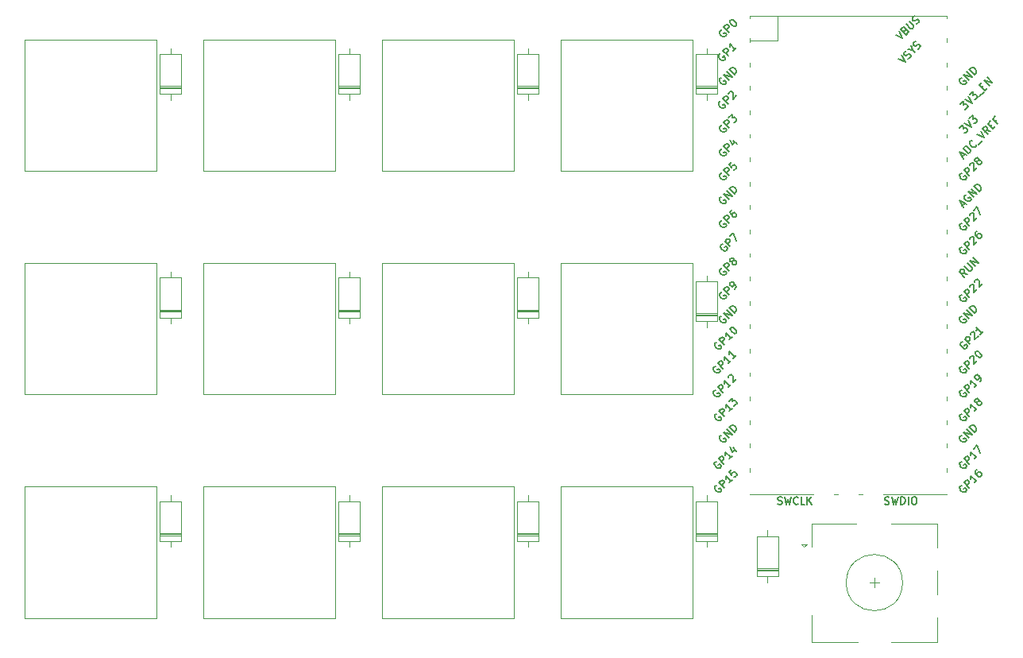
<source format=gto>
G04 #@! TF.GenerationSoftware,KiCad,Pcbnew,(5.1.10)-1*
G04 #@! TF.CreationDate,2021-11-22T08:37:42+00:00*
G04 #@! TF.ProjectId,EnvMCRO,456e764d-4352-44f2-9e6b-696361645f70,rev?*
G04 #@! TF.SameCoordinates,Original*
G04 #@! TF.FileFunction,Legend,Top*
G04 #@! TF.FilePolarity,Positive*
%FSLAX46Y46*%
G04 Gerber Fmt 4.6, Leading zero omitted, Abs format (unit mm)*
G04 Created by KiCad (PCBNEW (5.1.10)-1) date 2021-11-22 08:37:42*
%MOMM*%
%LPD*%
G01*
G04 APERTURE LIST*
%ADD10C,0.100000*%
%ADD11C,0.120000*%
%ADD12C,0.150000*%
%ADD13C,0.300000*%
%ADD14R,2.000000X2.000000*%
%ADD15C,2.000000*%
%ADD16R,3.000000X2.500000*%
%ADD17C,3.987800*%
%ADD18C,1.750000*%
%ADD19O,1.600000X1.600000*%
%ADD20R,1.600000X1.600000*%
%ADD21O,1.700000X1.700000*%
%ADD22R,1.700000X3.500000*%
%ADD23R,1.700000X1.700000*%
%ADD24O,1.500000X1.500000*%
%ADD25O,1.800000X1.800000*%
%ADD26R,3.500000X1.700000*%
%ADD27C,4.400000*%
G04 APERTURE END LIST*
D10*
X120434800Y-65248500D02*
X120434800Y-79247900D01*
X125485500Y-55435200D02*
X125485500Y-41436000D01*
X106435500Y-65248500D02*
X120434800Y-65248500D01*
X106435500Y-55435200D02*
X106435500Y-41436000D01*
X120434800Y-55435200D02*
X106435500Y-55435200D01*
X120434800Y-41436000D02*
X120434800Y-55435200D01*
X106435500Y-41436000D02*
X120434800Y-41436000D01*
X82335000Y-79247900D02*
X68335450Y-79247900D01*
X139484800Y-55435200D02*
X125485500Y-55435200D01*
X125485500Y-79247900D02*
X125485500Y-65248500D01*
X139484800Y-41436000D02*
X139484800Y-55435200D01*
X125485500Y-41436000D02*
X139484800Y-41436000D01*
X120434800Y-79247900D02*
X106435500Y-79247900D01*
X68335450Y-79247900D02*
X68335450Y-65248500D01*
X82335000Y-65248500D02*
X82335000Y-79247900D01*
X68335450Y-65248500D02*
X82335000Y-65248500D01*
X101384800Y-65248500D02*
X101384800Y-79247900D01*
X106435500Y-79247900D02*
X106435500Y-65248500D01*
X87385500Y-65248500D02*
X101384800Y-65248500D01*
X139484800Y-79247900D02*
X125485500Y-79247900D01*
X139484800Y-65248500D02*
X139484800Y-79247900D01*
X87385500Y-79247900D02*
X87385500Y-65248500D01*
X101384800Y-79247900D02*
X87385500Y-79247900D01*
X87385500Y-89060900D02*
X101384800Y-89060900D01*
X120434800Y-89060900D02*
X120434800Y-103060370D01*
X125485500Y-103060370D02*
X125485500Y-89060900D01*
X125485500Y-89060900D02*
X139484800Y-89060900D01*
X139484800Y-103060370D02*
X125485500Y-103060370D01*
X125485500Y-65248500D02*
X139484800Y-65248500D01*
X68335450Y-89060900D02*
X82335000Y-89060900D01*
X68335450Y-103060370D02*
X68335450Y-89060900D01*
X82335000Y-103060370D02*
X68335450Y-103060370D01*
X106435500Y-89060900D02*
X120434800Y-89060900D01*
X82335000Y-89060900D02*
X82335000Y-103060370D01*
X139484800Y-89060900D02*
X139484800Y-103060370D01*
X106435500Y-103060370D02*
X106435500Y-89060900D01*
X87385500Y-103060370D02*
X87385500Y-89060900D01*
X101384800Y-103060370D02*
X87385500Y-103060370D01*
X101384800Y-89060900D02*
X101384800Y-103060370D01*
X120434800Y-103060370D02*
X106435500Y-103060370D01*
X101384800Y-41436000D02*
X101384800Y-55435200D01*
X87385500Y-41436000D02*
X101384800Y-41436000D01*
X82335000Y-55435200D02*
X68335450Y-55435200D01*
X87385500Y-55435200D02*
X87385500Y-41436000D01*
X68335450Y-55435200D02*
X68335450Y-41436000D01*
X68335450Y-41436000D02*
X82335000Y-41436000D01*
X101384800Y-55435200D02*
X87385500Y-55435200D01*
X82335000Y-41436000D02*
X82335000Y-55435200D01*
D11*
X161900000Y-99300000D02*
G75*
G03*
X161900000Y-99300000I-3000000J0D01*
G01*
X160700000Y-93000000D02*
X165600000Y-93000000D01*
X165600000Y-105600000D02*
X160700000Y-105600000D01*
X157100000Y-105600000D02*
X152200000Y-105600000D01*
X152200000Y-105600000D02*
X152200000Y-102800000D01*
X157000000Y-93000000D02*
X152200000Y-93000000D01*
X152200000Y-93000000D02*
X152200000Y-95500000D01*
X151400000Y-95500000D02*
X151100000Y-95200000D01*
X151100000Y-95200000D02*
X151700000Y-95200000D01*
X151700000Y-95200000D02*
X151400000Y-95500000D01*
X165600000Y-93000000D02*
X165600000Y-95600000D01*
X165600000Y-98000000D02*
X165600000Y-100600000D01*
X165600000Y-103000000D02*
X165600000Y-105600000D01*
X158900000Y-98800000D02*
X158900000Y-99800000D01*
X158400000Y-99300000D02*
X159400000Y-99300000D01*
X82740000Y-46645000D02*
X84980000Y-46645000D01*
X82740000Y-46405000D02*
X84980000Y-46405000D01*
X82740000Y-46525000D02*
X84980000Y-46525000D01*
X83860000Y-42355000D02*
X83860000Y-43005000D01*
X83860000Y-47895000D02*
X83860000Y-47245000D01*
X82740000Y-43005000D02*
X82740000Y-47245000D01*
X84980000Y-43005000D02*
X82740000Y-43005000D01*
X84980000Y-47245000D02*
X84980000Y-43005000D01*
X82740000Y-47245000D02*
X84980000Y-47245000D01*
X101790000Y-46645000D02*
X104030000Y-46645000D01*
X101790000Y-46405000D02*
X104030000Y-46405000D01*
X101790000Y-46525000D02*
X104030000Y-46525000D01*
X102910000Y-42355000D02*
X102910000Y-43005000D01*
X102910000Y-47895000D02*
X102910000Y-47245000D01*
X101790000Y-43005000D02*
X101790000Y-47245000D01*
X104030000Y-43005000D02*
X101790000Y-43005000D01*
X104030000Y-47245000D02*
X104030000Y-43005000D01*
X101790000Y-47245000D02*
X104030000Y-47245000D01*
X120840000Y-46645000D02*
X123080000Y-46645000D01*
X120840000Y-46405000D02*
X123080000Y-46405000D01*
X120840000Y-46525000D02*
X123080000Y-46525000D01*
X121960000Y-42355000D02*
X121960000Y-43005000D01*
X121960000Y-47895000D02*
X121960000Y-47245000D01*
X120840000Y-43005000D02*
X120840000Y-47245000D01*
X123080000Y-43005000D02*
X120840000Y-43005000D01*
X123080000Y-47245000D02*
X123080000Y-43005000D01*
X120840000Y-47245000D02*
X123080000Y-47245000D01*
X139890000Y-46645000D02*
X142130000Y-46645000D01*
X139890000Y-46405000D02*
X142130000Y-46405000D01*
X139890000Y-46525000D02*
X142130000Y-46525000D01*
X141010000Y-42355000D02*
X141010000Y-43005000D01*
X141010000Y-47895000D02*
X141010000Y-47245000D01*
X139890000Y-43005000D02*
X139890000Y-47245000D01*
X142130000Y-43005000D02*
X139890000Y-43005000D01*
X142130000Y-47245000D02*
X142130000Y-43005000D01*
X139890000Y-47245000D02*
X142130000Y-47245000D01*
X82740000Y-70457500D02*
X84980000Y-70457500D01*
X82740000Y-70217500D02*
X84980000Y-70217500D01*
X82740000Y-70337500D02*
X84980000Y-70337500D01*
X83860000Y-66167500D02*
X83860000Y-66817500D01*
X83860000Y-71707500D02*
X83860000Y-71057500D01*
X82740000Y-66817500D02*
X82740000Y-71057500D01*
X84980000Y-66817500D02*
X82740000Y-66817500D01*
X84980000Y-71057500D02*
X84980000Y-66817500D01*
X82740000Y-71057500D02*
X84980000Y-71057500D01*
X101790000Y-70457500D02*
X104030000Y-70457500D01*
X101790000Y-70217500D02*
X104030000Y-70217500D01*
X101790000Y-70337500D02*
X104030000Y-70337500D01*
X102910000Y-66167500D02*
X102910000Y-66817500D01*
X102910000Y-71707500D02*
X102910000Y-71057500D01*
X101790000Y-66817500D02*
X101790000Y-71057500D01*
X104030000Y-66817500D02*
X101790000Y-66817500D01*
X104030000Y-71057500D02*
X104030000Y-66817500D01*
X101790000Y-71057500D02*
X104030000Y-71057500D01*
X120840000Y-70457500D02*
X123080000Y-70457500D01*
X120840000Y-70217500D02*
X123080000Y-70217500D01*
X120840000Y-70337500D02*
X123080000Y-70337500D01*
X121960000Y-66167500D02*
X121960000Y-66817500D01*
X121960000Y-71707500D02*
X121960000Y-71057500D01*
X120840000Y-66817500D02*
X120840000Y-71057500D01*
X123080000Y-66817500D02*
X120840000Y-66817500D01*
X123080000Y-71057500D02*
X123080000Y-66817500D01*
X120840000Y-71057500D02*
X123080000Y-71057500D01*
X139890000Y-70857500D02*
X142130000Y-70857500D01*
X139890000Y-70617500D02*
X142130000Y-70617500D01*
X139890000Y-70737500D02*
X142130000Y-70737500D01*
X141010000Y-66567500D02*
X141010000Y-67217500D01*
X141010000Y-72107500D02*
X141010000Y-71457500D01*
X139890000Y-67217500D02*
X139890000Y-71457500D01*
X142130000Y-67217500D02*
X139890000Y-67217500D01*
X142130000Y-71457500D02*
X142130000Y-67217500D01*
X139890000Y-71457500D02*
X142130000Y-71457500D01*
X82740000Y-94270000D02*
X84980000Y-94270000D01*
X82740000Y-94030000D02*
X84980000Y-94030000D01*
X82740000Y-94150000D02*
X84980000Y-94150000D01*
X83860000Y-89980000D02*
X83860000Y-90630000D01*
X83860000Y-95520000D02*
X83860000Y-94870000D01*
X82740000Y-90630000D02*
X82740000Y-94870000D01*
X84980000Y-90630000D02*
X82740000Y-90630000D01*
X84980000Y-94870000D02*
X84980000Y-90630000D01*
X82740000Y-94870000D02*
X84980000Y-94870000D01*
X101790000Y-94270000D02*
X104030000Y-94270000D01*
X101790000Y-94030000D02*
X104030000Y-94030000D01*
X101790000Y-94150000D02*
X104030000Y-94150000D01*
X102910000Y-89980000D02*
X102910000Y-90630000D01*
X102910000Y-95520000D02*
X102910000Y-94870000D01*
X101790000Y-90630000D02*
X101790000Y-94870000D01*
X104030000Y-90630000D02*
X101790000Y-90630000D01*
X104030000Y-94870000D02*
X104030000Y-90630000D01*
X101790000Y-94870000D02*
X104030000Y-94870000D01*
X120840000Y-94270000D02*
X123080000Y-94270000D01*
X120840000Y-94030000D02*
X123080000Y-94030000D01*
X120840000Y-94150000D02*
X123080000Y-94150000D01*
X121960000Y-89980000D02*
X121960000Y-90630000D01*
X121960000Y-95520000D02*
X121960000Y-94870000D01*
X120840000Y-90630000D02*
X120840000Y-94870000D01*
X123080000Y-90630000D02*
X120840000Y-90630000D01*
X123080000Y-94870000D02*
X123080000Y-90630000D01*
X120840000Y-94870000D02*
X123080000Y-94870000D01*
X139890000Y-94270000D02*
X142130000Y-94270000D01*
X139890000Y-94030000D02*
X142130000Y-94030000D01*
X139890000Y-94150000D02*
X142130000Y-94150000D01*
X141010000Y-89980000D02*
X141010000Y-90630000D01*
X141010000Y-95520000D02*
X141010000Y-94870000D01*
X139890000Y-90630000D02*
X139890000Y-94870000D01*
X142130000Y-90630000D02*
X139890000Y-90630000D01*
X142130000Y-94870000D02*
X142130000Y-90630000D01*
X139890000Y-94870000D02*
X142130000Y-94870000D01*
X157200000Y-89900000D02*
X157600000Y-89900000D01*
X154600000Y-89900000D02*
X155000000Y-89900000D01*
X166600000Y-89900000D02*
X159800000Y-89900000D01*
X166600000Y-79500000D02*
X166600000Y-79900000D01*
X166600000Y-71800000D02*
X166600000Y-72200000D01*
X166600000Y-46400000D02*
X166600000Y-46800000D01*
X166600000Y-38900000D02*
X166600000Y-39200000D01*
X166600000Y-61700000D02*
X166600000Y-62100000D01*
X166600000Y-76900000D02*
X166600000Y-77300000D01*
X166600000Y-56600000D02*
X166600000Y-57000000D01*
X166600000Y-51500000D02*
X166600000Y-51900000D01*
X166600000Y-64200000D02*
X166600000Y-64600000D01*
X166600000Y-69300000D02*
X166600000Y-69700000D01*
X166600000Y-84500000D02*
X166600000Y-84900000D01*
X166600000Y-87100000D02*
X166600000Y-87500000D01*
X166600000Y-82000000D02*
X166600000Y-82400000D01*
X166600000Y-49000000D02*
X166600000Y-49400000D01*
X166600000Y-41300000D02*
X166600000Y-41700000D01*
X166600000Y-43900000D02*
X166600000Y-44300000D01*
X166600000Y-74400000D02*
X166600000Y-74800000D01*
X166600000Y-66700000D02*
X166600000Y-67100000D01*
X166600000Y-59100000D02*
X166600000Y-59500000D01*
X166600000Y-54000000D02*
X166600000Y-54400000D01*
X145600000Y-87100000D02*
X145600000Y-87500000D01*
X145600000Y-84500000D02*
X145600000Y-84900000D01*
X145600000Y-82000000D02*
X145600000Y-82400000D01*
X145600000Y-79500000D02*
X145600000Y-79900000D01*
X145600000Y-76900000D02*
X145600000Y-77300000D01*
X145600000Y-74400000D02*
X145600000Y-74800000D01*
X145600000Y-71800000D02*
X145600000Y-72200000D01*
X145600000Y-69300000D02*
X145600000Y-69700000D01*
X145600000Y-66700000D02*
X145600000Y-67100000D01*
X145600000Y-64200000D02*
X145600000Y-64600000D01*
X145600000Y-61700000D02*
X145600000Y-62100000D01*
X145600000Y-59100000D02*
X145600000Y-59500000D01*
X145600000Y-56600000D02*
X145600000Y-57000000D01*
X145600000Y-54000000D02*
X145600000Y-54400000D01*
X145600000Y-51500000D02*
X145600000Y-51900000D01*
X145600000Y-49000000D02*
X145600000Y-49400000D01*
X145600000Y-46400000D02*
X145600000Y-46800000D01*
X145600000Y-43900000D02*
X145600000Y-44300000D01*
X145600000Y-41300000D02*
X145600000Y-41700000D01*
X145600000Y-38900000D02*
X145600000Y-39200000D01*
X148607000Y-41567000D02*
X148607000Y-38900000D01*
X145600000Y-41567000D02*
X148607000Y-41567000D01*
X152400000Y-89900000D02*
X145600000Y-89900000D01*
X145600000Y-38900000D02*
X166600000Y-38900000D01*
X146380000Y-98030000D02*
X148620000Y-98030000D01*
X146380000Y-97790000D02*
X148620000Y-97790000D01*
X146380000Y-97910000D02*
X148620000Y-97910000D01*
X147500000Y-93740000D02*
X147500000Y-94390000D01*
X147500000Y-99280000D02*
X147500000Y-98630000D01*
X146380000Y-94390000D02*
X146380000Y-98630000D01*
X148620000Y-94390000D02*
X146380000Y-94390000D01*
X148620000Y-98630000D02*
X148620000Y-94390000D01*
X146380000Y-98630000D02*
X148620000Y-98630000D01*
D12*
X160004761Y-90923809D02*
X160119047Y-90961904D01*
X160309523Y-90961904D01*
X160385714Y-90923809D01*
X160423809Y-90885714D01*
X160461904Y-90809523D01*
X160461904Y-90733333D01*
X160423809Y-90657142D01*
X160385714Y-90619047D01*
X160309523Y-90580952D01*
X160157142Y-90542857D01*
X160080952Y-90504761D01*
X160042857Y-90466666D01*
X160004761Y-90390476D01*
X160004761Y-90314285D01*
X160042857Y-90238095D01*
X160080952Y-90200000D01*
X160157142Y-90161904D01*
X160347619Y-90161904D01*
X160461904Y-90200000D01*
X160728571Y-90161904D02*
X160919047Y-90961904D01*
X161071428Y-90390476D01*
X161223809Y-90961904D01*
X161414285Y-90161904D01*
X161719047Y-90961904D02*
X161719047Y-90161904D01*
X161909523Y-90161904D01*
X162023809Y-90200000D01*
X162100000Y-90276190D01*
X162138095Y-90352380D01*
X162176190Y-90504761D01*
X162176190Y-90619047D01*
X162138095Y-90771428D01*
X162100000Y-90847619D01*
X162023809Y-90923809D01*
X161909523Y-90961904D01*
X161719047Y-90961904D01*
X162519047Y-90961904D02*
X162519047Y-90161904D01*
X163052380Y-90161904D02*
X163204761Y-90161904D01*
X163280952Y-90200000D01*
X163357142Y-90276190D01*
X163395238Y-90428571D01*
X163395238Y-90695238D01*
X163357142Y-90847619D01*
X163280952Y-90923809D01*
X163204761Y-90961904D01*
X163052380Y-90961904D01*
X162976190Y-90923809D01*
X162900000Y-90847619D01*
X162861904Y-90695238D01*
X162861904Y-90428571D01*
X162900000Y-90276190D01*
X162976190Y-90200000D01*
X163052380Y-90161904D01*
X148590476Y-90923809D02*
X148704761Y-90961904D01*
X148895238Y-90961904D01*
X148971428Y-90923809D01*
X149009523Y-90885714D01*
X149047619Y-90809523D01*
X149047619Y-90733333D01*
X149009523Y-90657142D01*
X148971428Y-90619047D01*
X148895238Y-90580952D01*
X148742857Y-90542857D01*
X148666666Y-90504761D01*
X148628571Y-90466666D01*
X148590476Y-90390476D01*
X148590476Y-90314285D01*
X148628571Y-90238095D01*
X148666666Y-90200000D01*
X148742857Y-90161904D01*
X148933333Y-90161904D01*
X149047619Y-90200000D01*
X149314285Y-90161904D02*
X149504761Y-90961904D01*
X149657142Y-90390476D01*
X149809523Y-90961904D01*
X150000000Y-90161904D01*
X150761904Y-90885714D02*
X150723809Y-90923809D01*
X150609523Y-90961904D01*
X150533333Y-90961904D01*
X150419047Y-90923809D01*
X150342857Y-90847619D01*
X150304761Y-90771428D01*
X150266666Y-90619047D01*
X150266666Y-90504761D01*
X150304761Y-90352380D01*
X150342857Y-90276190D01*
X150419047Y-90200000D01*
X150533333Y-90161904D01*
X150609523Y-90161904D01*
X150723809Y-90200000D01*
X150761904Y-90238095D01*
X151485714Y-90961904D02*
X151104761Y-90961904D01*
X151104761Y-90161904D01*
X151752380Y-90961904D02*
X151752380Y-90161904D01*
X152209523Y-90961904D02*
X151866666Y-90504761D01*
X152209523Y-90161904D02*
X151752380Y-90619047D01*
X168251597Y-59140964D02*
X168520971Y-58871590D01*
X168359346Y-59356463D02*
X167982223Y-58602216D01*
X168736470Y-58979340D01*
X168682595Y-57955719D02*
X168601783Y-57982656D01*
X168520971Y-58063468D01*
X168467096Y-58171218D01*
X168467096Y-58278967D01*
X168494033Y-58359780D01*
X168574845Y-58494467D01*
X168655658Y-58575279D01*
X168790345Y-58656091D01*
X168871157Y-58683028D01*
X168978906Y-58683028D01*
X169086656Y-58629154D01*
X169140531Y-58575279D01*
X169194406Y-58467529D01*
X169194406Y-58413654D01*
X169005844Y-58225093D01*
X168898094Y-58332842D01*
X169490717Y-58225093D02*
X168925032Y-57659407D01*
X169813966Y-57901844D01*
X169248280Y-57336158D01*
X170083340Y-57632470D02*
X169517654Y-57066784D01*
X169652341Y-56932097D01*
X169760091Y-56878223D01*
X169867841Y-56878223D01*
X169948653Y-56905160D01*
X170083340Y-56985972D01*
X170164152Y-57066784D01*
X170244964Y-57201471D01*
X170271902Y-57282284D01*
X170271902Y-57390033D01*
X170218027Y-57497783D01*
X170083340Y-57632470D01*
X168186158Y-45498155D02*
X168105346Y-45525093D01*
X168024534Y-45605905D01*
X167970659Y-45713654D01*
X167970659Y-45821404D01*
X167997597Y-45902216D01*
X168078409Y-46036903D01*
X168159221Y-46117715D01*
X168293908Y-46198528D01*
X168374720Y-46225465D01*
X168482470Y-46225465D01*
X168590219Y-46171590D01*
X168644094Y-46117715D01*
X168697969Y-46009966D01*
X168697969Y-45956091D01*
X168509407Y-45767529D01*
X168401658Y-45875279D01*
X168994280Y-45767529D02*
X168428595Y-45201844D01*
X169317529Y-45444280D01*
X168751844Y-44878595D01*
X169586903Y-45174906D02*
X169021218Y-44609221D01*
X169155905Y-44474534D01*
X169263654Y-44420659D01*
X169371404Y-44420659D01*
X169452216Y-44447597D01*
X169586903Y-44528409D01*
X169667715Y-44609221D01*
X169748528Y-44743908D01*
X169775465Y-44824720D01*
X169775465Y-44932470D01*
X169721590Y-45040219D01*
X169586903Y-45174906D01*
X168186158Y-70898155D02*
X168105346Y-70925093D01*
X168024534Y-71005905D01*
X167970659Y-71113654D01*
X167970659Y-71221404D01*
X167997597Y-71302216D01*
X168078409Y-71436903D01*
X168159221Y-71517715D01*
X168293908Y-71598528D01*
X168374720Y-71625465D01*
X168482470Y-71625465D01*
X168590219Y-71571590D01*
X168644094Y-71517715D01*
X168697969Y-71409966D01*
X168697969Y-71356091D01*
X168509407Y-71167529D01*
X168401658Y-71275279D01*
X168994280Y-71167529D02*
X168428595Y-70601844D01*
X169317529Y-70844280D01*
X168751844Y-70278595D01*
X169586903Y-70574906D02*
X169021218Y-70009221D01*
X169155905Y-69874534D01*
X169263654Y-69820659D01*
X169371404Y-69820659D01*
X169452216Y-69847597D01*
X169586903Y-69928409D01*
X169667715Y-70009221D01*
X169748528Y-70143908D01*
X169775465Y-70224720D01*
X169775465Y-70332470D01*
X169721590Y-70440219D01*
X169586903Y-70574906D01*
X168186158Y-83598155D02*
X168105346Y-83625093D01*
X168024534Y-83705905D01*
X167970659Y-83813654D01*
X167970659Y-83921404D01*
X167997597Y-84002216D01*
X168078409Y-84136903D01*
X168159221Y-84217715D01*
X168293908Y-84298528D01*
X168374720Y-84325465D01*
X168482470Y-84325465D01*
X168590219Y-84271590D01*
X168644094Y-84217715D01*
X168697969Y-84109966D01*
X168697969Y-84056091D01*
X168509407Y-83867529D01*
X168401658Y-83975279D01*
X168994280Y-83867529D02*
X168428595Y-83301844D01*
X169317529Y-83544280D01*
X168751844Y-82978595D01*
X169586903Y-83274906D02*
X169021218Y-82709221D01*
X169155905Y-82574534D01*
X169263654Y-82520659D01*
X169371404Y-82520659D01*
X169452216Y-82547597D01*
X169586903Y-82628409D01*
X169667715Y-82709221D01*
X169748528Y-82843908D01*
X169775465Y-82924720D01*
X169775465Y-83032470D01*
X169721590Y-83140219D01*
X169586903Y-83274906D01*
X142586158Y-83598155D02*
X142505346Y-83625093D01*
X142424534Y-83705905D01*
X142370659Y-83813654D01*
X142370659Y-83921404D01*
X142397597Y-84002216D01*
X142478409Y-84136903D01*
X142559221Y-84217715D01*
X142693908Y-84298528D01*
X142774720Y-84325465D01*
X142882470Y-84325465D01*
X142990219Y-84271590D01*
X143044094Y-84217715D01*
X143097969Y-84109966D01*
X143097969Y-84056091D01*
X142909407Y-83867529D01*
X142801658Y-83975279D01*
X143394280Y-83867529D02*
X142828595Y-83301844D01*
X143717529Y-83544280D01*
X143151844Y-82978595D01*
X143986903Y-83274906D02*
X143421218Y-82709221D01*
X143555905Y-82574534D01*
X143663654Y-82520659D01*
X143771404Y-82520659D01*
X143852216Y-82547597D01*
X143986903Y-82628409D01*
X144067715Y-82709221D01*
X144148528Y-82843908D01*
X144175465Y-82924720D01*
X144175465Y-83032470D01*
X144121590Y-83140219D01*
X143986903Y-83274906D01*
X142586158Y-70898155D02*
X142505346Y-70925093D01*
X142424534Y-71005905D01*
X142370659Y-71113654D01*
X142370659Y-71221404D01*
X142397597Y-71302216D01*
X142478409Y-71436903D01*
X142559221Y-71517715D01*
X142693908Y-71598528D01*
X142774720Y-71625465D01*
X142882470Y-71625465D01*
X142990219Y-71571590D01*
X143044094Y-71517715D01*
X143097969Y-71409966D01*
X143097969Y-71356091D01*
X142909407Y-71167529D01*
X142801658Y-71275279D01*
X143394280Y-71167529D02*
X142828595Y-70601844D01*
X143717529Y-70844280D01*
X143151844Y-70278595D01*
X143986903Y-70574906D02*
X143421218Y-70009221D01*
X143555905Y-69874534D01*
X143663654Y-69820659D01*
X143771404Y-69820659D01*
X143852216Y-69847597D01*
X143986903Y-69928409D01*
X144067715Y-70009221D01*
X144148528Y-70143908D01*
X144175465Y-70224720D01*
X144175465Y-70332470D01*
X144121590Y-70440219D01*
X143986903Y-70574906D01*
X142586158Y-58198155D02*
X142505346Y-58225093D01*
X142424534Y-58305905D01*
X142370659Y-58413654D01*
X142370659Y-58521404D01*
X142397597Y-58602216D01*
X142478409Y-58736903D01*
X142559221Y-58817715D01*
X142693908Y-58898528D01*
X142774720Y-58925465D01*
X142882470Y-58925465D01*
X142990219Y-58871590D01*
X143044094Y-58817715D01*
X143097969Y-58709966D01*
X143097969Y-58656091D01*
X142909407Y-58467529D01*
X142801658Y-58575279D01*
X143394280Y-58467529D02*
X142828595Y-57901844D01*
X143717529Y-58144280D01*
X143151844Y-57578595D01*
X143986903Y-57874906D02*
X143421218Y-57309221D01*
X143555905Y-57174534D01*
X143663654Y-57120659D01*
X143771404Y-57120659D01*
X143852216Y-57147597D01*
X143986903Y-57228409D01*
X144067715Y-57309221D01*
X144148528Y-57443908D01*
X144175465Y-57524720D01*
X144175465Y-57632470D01*
X144121590Y-57740219D01*
X143986903Y-57874906D01*
X142586158Y-45498155D02*
X142505346Y-45525093D01*
X142424534Y-45605905D01*
X142370659Y-45713654D01*
X142370659Y-45821404D01*
X142397597Y-45902216D01*
X142478409Y-46036903D01*
X142559221Y-46117715D01*
X142693908Y-46198528D01*
X142774720Y-46225465D01*
X142882470Y-46225465D01*
X142990219Y-46171590D01*
X143044094Y-46117715D01*
X143097969Y-46009966D01*
X143097969Y-45956091D01*
X142909407Y-45767529D01*
X142801658Y-45875279D01*
X143394280Y-45767529D02*
X142828595Y-45201844D01*
X143717529Y-45444280D01*
X143151844Y-44878595D01*
X143986903Y-45174906D02*
X143421218Y-44609221D01*
X143555905Y-44474534D01*
X143663654Y-44420659D01*
X143771404Y-44420659D01*
X143852216Y-44447597D01*
X143986903Y-44528409D01*
X144067715Y-44609221D01*
X144148528Y-44743908D01*
X144175465Y-44824720D01*
X144175465Y-44932470D01*
X144121590Y-45040219D01*
X143986903Y-45174906D01*
X161153129Y-40927309D02*
X161907377Y-41304433D01*
X161530253Y-40550186D01*
X162176751Y-40442436D02*
X162284500Y-40388561D01*
X162338375Y-40388561D01*
X162419187Y-40415499D01*
X162500000Y-40496311D01*
X162526937Y-40577123D01*
X162526937Y-40630998D01*
X162500000Y-40711810D01*
X162284500Y-40927309D01*
X161718815Y-40361624D01*
X161907377Y-40173062D01*
X161988189Y-40146125D01*
X162042064Y-40146125D01*
X162122876Y-40173062D01*
X162176751Y-40226937D01*
X162203688Y-40307749D01*
X162203688Y-40361624D01*
X162176751Y-40442436D01*
X161988189Y-40630998D01*
X162284500Y-39795938D02*
X162742436Y-40253874D01*
X162823248Y-40280812D01*
X162877123Y-40280812D01*
X162957935Y-40253874D01*
X163065685Y-40146125D01*
X163092622Y-40065312D01*
X163092622Y-40011438D01*
X163065685Y-39930625D01*
X162607749Y-39472690D01*
X163388934Y-39769001D02*
X163496683Y-39715126D01*
X163631370Y-39580439D01*
X163658308Y-39499627D01*
X163658308Y-39445752D01*
X163631370Y-39364940D01*
X163577496Y-39311065D01*
X163496683Y-39284128D01*
X163442809Y-39284128D01*
X163361996Y-39311065D01*
X163227309Y-39391877D01*
X163146497Y-39418815D01*
X163092622Y-39418815D01*
X163011810Y-39391877D01*
X162957935Y-39338003D01*
X162930998Y-39257190D01*
X162930998Y-39203316D01*
X162957935Y-39122503D01*
X163092622Y-38987816D01*
X163200372Y-38933942D01*
X161420473Y-43469966D02*
X162174720Y-43847089D01*
X161797597Y-43092842D01*
X162497969Y-43469966D02*
X162605719Y-43416091D01*
X162740406Y-43281404D01*
X162767343Y-43200592D01*
X162767343Y-43146717D01*
X162740406Y-43065905D01*
X162686531Y-43012030D01*
X162605719Y-42985093D01*
X162551844Y-42985093D01*
X162471032Y-43012030D01*
X162336345Y-43092842D01*
X162255532Y-43119780D01*
X162201658Y-43119780D01*
X162120845Y-43092842D01*
X162066971Y-43038967D01*
X162040033Y-42958155D01*
X162040033Y-42904280D01*
X162066971Y-42823468D01*
X162201658Y-42688781D01*
X162309407Y-42634906D01*
X162928967Y-42554094D02*
X163198341Y-42823468D01*
X162444094Y-42446345D02*
X162928967Y-42554094D01*
X162821218Y-42069221D01*
X163521590Y-42446345D02*
X163629340Y-42392470D01*
X163764027Y-42257783D01*
X163790964Y-42176971D01*
X163790964Y-42123096D01*
X163764027Y-42042284D01*
X163710152Y-41988409D01*
X163629340Y-41961471D01*
X163575465Y-41961471D01*
X163494653Y-41988409D01*
X163359966Y-42069221D01*
X163279154Y-42096158D01*
X163225279Y-42096158D01*
X163144467Y-42069221D01*
X163090592Y-42015346D01*
X163063654Y-41934534D01*
X163063654Y-41880659D01*
X163090592Y-41799847D01*
X163225279Y-41665160D01*
X163333028Y-41611285D01*
X168022131Y-48358308D02*
X168372317Y-48008122D01*
X168399255Y-48412183D01*
X168480067Y-48331370D01*
X168560879Y-48304433D01*
X168614754Y-48304433D01*
X168695566Y-48331370D01*
X168830253Y-48466057D01*
X168857190Y-48546870D01*
X168857190Y-48600744D01*
X168830253Y-48681557D01*
X168668629Y-48843181D01*
X168587816Y-48870118D01*
X168533942Y-48870118D01*
X168533942Y-47846497D02*
X169288189Y-48223621D01*
X168911065Y-47469374D01*
X169045752Y-47334687D02*
X169395938Y-46984500D01*
X169422876Y-47388561D01*
X169503688Y-47307749D01*
X169584500Y-47280812D01*
X169638375Y-47280812D01*
X169719187Y-47307749D01*
X169853874Y-47442436D01*
X169880812Y-47523248D01*
X169880812Y-47577123D01*
X169853874Y-47657935D01*
X169692250Y-47819560D01*
X169611438Y-47846497D01*
X169557563Y-47846497D01*
X170123248Y-47496311D02*
X170554247Y-47065312D01*
X170338748Y-46580439D02*
X170527309Y-46391877D01*
X170904433Y-46607377D02*
X170635059Y-46876751D01*
X170069374Y-46311065D01*
X170338748Y-46041691D01*
X171146870Y-46364940D02*
X170581184Y-45799255D01*
X171470118Y-46041691D01*
X170904433Y-45476006D01*
X167989847Y-50890592D02*
X168340033Y-50540406D01*
X168366971Y-50944467D01*
X168447783Y-50863654D01*
X168528595Y-50836717D01*
X168582470Y-50836717D01*
X168663282Y-50863654D01*
X168797969Y-50998341D01*
X168824906Y-51079154D01*
X168824906Y-51133028D01*
X168797969Y-51213841D01*
X168636345Y-51375465D01*
X168555532Y-51402402D01*
X168501658Y-51402402D01*
X168501658Y-50378781D02*
X169255905Y-50755905D01*
X168878781Y-50001658D01*
X169013468Y-49866971D02*
X169363654Y-49516784D01*
X169390592Y-49920845D01*
X169471404Y-49840033D01*
X169552216Y-49813096D01*
X169606091Y-49813096D01*
X169686903Y-49840033D01*
X169821590Y-49974720D01*
X169848528Y-50055532D01*
X169848528Y-50109407D01*
X169821590Y-50190219D01*
X169659966Y-50351844D01*
X169579154Y-50378781D01*
X169525279Y-50378781D01*
X168254788Y-53933773D02*
X168524162Y-53664399D01*
X168362537Y-54149272D02*
X167985414Y-53395025D01*
X168739661Y-53772149D01*
X168928223Y-53583587D02*
X168362537Y-53017902D01*
X168497224Y-52883215D01*
X168604974Y-52829340D01*
X168712723Y-52829340D01*
X168793536Y-52856277D01*
X168928223Y-52937089D01*
X169009035Y-53017902D01*
X169089847Y-53152589D01*
X169116784Y-53233401D01*
X169116784Y-53341150D01*
X169062910Y-53448900D01*
X168928223Y-53583587D01*
X169763282Y-52640778D02*
X169763282Y-52694653D01*
X169709407Y-52802402D01*
X169655532Y-52856277D01*
X169547783Y-52910152D01*
X169440033Y-52910152D01*
X169359221Y-52883215D01*
X169224534Y-52802402D01*
X169143722Y-52721590D01*
X169062910Y-52586903D01*
X169035972Y-52506091D01*
X169035972Y-52398341D01*
X169089847Y-52290592D01*
X169143722Y-52236717D01*
X169251471Y-52182842D01*
X169305346Y-52182842D01*
X169978781Y-52640778D02*
X170409780Y-52209780D01*
X169844094Y-51536345D02*
X170598341Y-51913468D01*
X170221218Y-51159221D01*
X171298714Y-51213096D02*
X170840778Y-51132284D01*
X170975465Y-51536345D02*
X170409780Y-50970659D01*
X170625279Y-50755160D01*
X170706091Y-50728223D01*
X170759966Y-50728223D01*
X170840778Y-50755160D01*
X170921590Y-50835972D01*
X170948528Y-50916784D01*
X170948528Y-50970659D01*
X170921590Y-51051471D01*
X170706091Y-51266971D01*
X171244839Y-50674348D02*
X171433401Y-50485786D01*
X171810524Y-50701285D02*
X171541150Y-50970659D01*
X170975465Y-50404974D01*
X171244839Y-50135600D01*
X171945211Y-49973975D02*
X171756650Y-50162537D01*
X172052961Y-50458849D02*
X171487276Y-49893163D01*
X171756650Y-49623789D01*
X168197722Y-55646592D02*
X168116910Y-55673529D01*
X168036097Y-55754341D01*
X167982223Y-55862091D01*
X167982223Y-55969841D01*
X168009160Y-56050653D01*
X168089972Y-56185340D01*
X168170784Y-56266152D01*
X168305471Y-56346964D01*
X168386284Y-56373902D01*
X168494033Y-56373902D01*
X168601783Y-56320027D01*
X168655658Y-56266152D01*
X168709532Y-56158402D01*
X168709532Y-56104528D01*
X168520971Y-55915966D01*
X168413221Y-56023715D01*
X169005844Y-55915966D02*
X168440158Y-55350280D01*
X168655658Y-55134781D01*
X168736470Y-55107844D01*
X168790345Y-55107844D01*
X168871157Y-55134781D01*
X168951969Y-55215593D01*
X168978906Y-55296406D01*
X168978906Y-55350280D01*
X168951969Y-55431093D01*
X168736470Y-55646592D01*
X169032781Y-54865407D02*
X169032781Y-54811532D01*
X169059719Y-54730720D01*
X169194406Y-54596033D01*
X169275218Y-54569096D01*
X169329093Y-54569096D01*
X169409905Y-54596033D01*
X169463780Y-54649908D01*
X169517654Y-54757658D01*
X169517654Y-55404155D01*
X169867841Y-55053969D01*
X169867841Y-54407471D02*
X169787028Y-54434409D01*
X169733154Y-54434409D01*
X169652341Y-54407471D01*
X169625404Y-54380534D01*
X169598467Y-54299722D01*
X169598467Y-54245847D01*
X169625404Y-54165035D01*
X169733154Y-54057285D01*
X169813966Y-54030348D01*
X169867841Y-54030348D01*
X169948653Y-54057285D01*
X169975590Y-54084223D01*
X170002528Y-54165035D01*
X170002528Y-54218910D01*
X169975590Y-54299722D01*
X169867841Y-54407471D01*
X169840903Y-54488284D01*
X169840903Y-54542158D01*
X169867841Y-54622971D01*
X169975590Y-54730720D01*
X170056402Y-54757658D01*
X170110277Y-54757658D01*
X170191089Y-54730720D01*
X170298839Y-54622971D01*
X170325776Y-54542158D01*
X170325776Y-54488284D01*
X170298839Y-54407471D01*
X170191089Y-54299722D01*
X170110277Y-54272784D01*
X170056402Y-54272784D01*
X169975590Y-54299722D01*
X168197722Y-60990592D02*
X168116910Y-61017529D01*
X168036097Y-61098341D01*
X167982223Y-61206091D01*
X167982223Y-61313841D01*
X168009160Y-61394653D01*
X168089972Y-61529340D01*
X168170784Y-61610152D01*
X168305471Y-61690964D01*
X168386284Y-61717902D01*
X168494033Y-61717902D01*
X168601783Y-61664027D01*
X168655658Y-61610152D01*
X168709532Y-61502402D01*
X168709532Y-61448528D01*
X168520971Y-61259966D01*
X168413221Y-61367715D01*
X169005844Y-61259966D02*
X168440158Y-60694280D01*
X168655658Y-60478781D01*
X168736470Y-60451844D01*
X168790345Y-60451844D01*
X168871157Y-60478781D01*
X168951969Y-60559593D01*
X168978906Y-60640406D01*
X168978906Y-60694280D01*
X168951969Y-60775093D01*
X168736470Y-60990592D01*
X169032781Y-60209407D02*
X169032781Y-60155532D01*
X169059719Y-60074720D01*
X169194406Y-59940033D01*
X169275218Y-59913096D01*
X169329093Y-59913096D01*
X169409905Y-59940033D01*
X169463780Y-59993908D01*
X169517654Y-60101658D01*
X169517654Y-60748155D01*
X169867841Y-60397969D01*
X169490717Y-59643722D02*
X169867841Y-59266598D01*
X170191089Y-60074720D01*
X168197722Y-63520592D02*
X168116910Y-63547529D01*
X168036097Y-63628341D01*
X167982223Y-63736091D01*
X167982223Y-63843841D01*
X168009160Y-63924653D01*
X168089972Y-64059340D01*
X168170784Y-64140152D01*
X168305471Y-64220964D01*
X168386284Y-64247902D01*
X168494033Y-64247902D01*
X168601783Y-64194027D01*
X168655658Y-64140152D01*
X168709532Y-64032402D01*
X168709532Y-63978528D01*
X168520971Y-63789966D01*
X168413221Y-63897715D01*
X169005844Y-63789966D02*
X168440158Y-63224280D01*
X168655658Y-63008781D01*
X168736470Y-62981844D01*
X168790345Y-62981844D01*
X168871157Y-63008781D01*
X168951969Y-63089593D01*
X168978906Y-63170406D01*
X168978906Y-63224280D01*
X168951969Y-63305093D01*
X168736470Y-63520592D01*
X169032781Y-62739407D02*
X169032781Y-62685532D01*
X169059719Y-62604720D01*
X169194406Y-62470033D01*
X169275218Y-62443096D01*
X169329093Y-62443096D01*
X169409905Y-62470033D01*
X169463780Y-62523908D01*
X169517654Y-62631658D01*
X169517654Y-63278155D01*
X169867841Y-62927969D01*
X169787028Y-61877410D02*
X169679279Y-61985160D01*
X169652341Y-62065972D01*
X169652341Y-62119847D01*
X169679279Y-62254534D01*
X169760091Y-62389221D01*
X169975590Y-62604720D01*
X170056402Y-62631658D01*
X170110277Y-62631658D01*
X170191089Y-62604720D01*
X170298839Y-62496971D01*
X170325776Y-62416158D01*
X170325776Y-62362284D01*
X170298839Y-62281471D01*
X170164152Y-62146784D01*
X170083340Y-62119847D01*
X170029465Y-62119847D01*
X169948653Y-62146784D01*
X169840903Y-62254534D01*
X169813966Y-62335346D01*
X169813966Y-62389221D01*
X169840903Y-62470033D01*
X168838375Y-66423435D02*
X168380439Y-66342622D01*
X168515126Y-66746683D02*
X167949441Y-66180998D01*
X168164940Y-65965499D01*
X168245752Y-65938561D01*
X168299627Y-65938561D01*
X168380439Y-65965499D01*
X168461251Y-66046311D01*
X168488189Y-66127123D01*
X168488189Y-66180998D01*
X168461251Y-66261810D01*
X168245752Y-66477309D01*
X168515126Y-65615312D02*
X168973062Y-66073248D01*
X169053874Y-66100186D01*
X169107749Y-66100186D01*
X169188561Y-66073248D01*
X169296311Y-65965499D01*
X169323248Y-65884687D01*
X169323248Y-65830812D01*
X169296311Y-65749999D01*
X168838375Y-65292064D01*
X169673435Y-65588375D02*
X169107749Y-65022690D01*
X169996683Y-65265126D01*
X169430998Y-64699441D01*
X168197722Y-68600592D02*
X168116910Y-68627529D01*
X168036097Y-68708341D01*
X167982223Y-68816091D01*
X167982223Y-68923841D01*
X168009160Y-69004653D01*
X168089972Y-69139340D01*
X168170784Y-69220152D01*
X168305471Y-69300964D01*
X168386284Y-69327902D01*
X168494033Y-69327902D01*
X168601783Y-69274027D01*
X168655658Y-69220152D01*
X168709532Y-69112402D01*
X168709532Y-69058528D01*
X168520971Y-68869966D01*
X168413221Y-68977715D01*
X169005844Y-68869966D02*
X168440158Y-68304280D01*
X168655658Y-68088781D01*
X168736470Y-68061844D01*
X168790345Y-68061844D01*
X168871157Y-68088781D01*
X168951969Y-68169593D01*
X168978906Y-68250406D01*
X168978906Y-68304280D01*
X168951969Y-68385093D01*
X168736470Y-68600592D01*
X169032781Y-67819407D02*
X169032781Y-67765532D01*
X169059719Y-67684720D01*
X169194406Y-67550033D01*
X169275218Y-67523096D01*
X169329093Y-67523096D01*
X169409905Y-67550033D01*
X169463780Y-67603908D01*
X169517654Y-67711658D01*
X169517654Y-68358155D01*
X169867841Y-68007969D01*
X169571529Y-67280659D02*
X169571529Y-67226784D01*
X169598467Y-67145972D01*
X169733154Y-67011285D01*
X169813966Y-66984348D01*
X169867841Y-66984348D01*
X169948653Y-67011285D01*
X170002528Y-67065160D01*
X170056402Y-67172910D01*
X170056402Y-67819407D01*
X170406589Y-67469221D01*
X168293722Y-73640592D02*
X168212910Y-73667529D01*
X168132097Y-73748341D01*
X168078223Y-73856091D01*
X168078223Y-73963841D01*
X168105160Y-74044653D01*
X168185972Y-74179340D01*
X168266784Y-74260152D01*
X168401471Y-74340964D01*
X168482284Y-74367902D01*
X168590033Y-74367902D01*
X168697783Y-74314027D01*
X168751658Y-74260152D01*
X168805532Y-74152402D01*
X168805532Y-74098528D01*
X168616971Y-73909966D01*
X168509221Y-74017715D01*
X169101844Y-73909966D02*
X168536158Y-73344280D01*
X168751658Y-73128781D01*
X168832470Y-73101844D01*
X168886345Y-73101844D01*
X168967157Y-73128781D01*
X169047969Y-73209593D01*
X169074906Y-73290406D01*
X169074906Y-73344280D01*
X169047969Y-73425093D01*
X168832470Y-73640592D01*
X169128781Y-72859407D02*
X169128781Y-72805532D01*
X169155719Y-72724720D01*
X169290406Y-72590033D01*
X169371218Y-72563096D01*
X169425093Y-72563096D01*
X169505905Y-72590033D01*
X169559780Y-72643908D01*
X169613654Y-72751658D01*
X169613654Y-73398155D01*
X169963841Y-73047969D01*
X170502589Y-72509221D02*
X170179340Y-72832470D01*
X170340964Y-72670845D02*
X169775279Y-72105160D01*
X169802216Y-72239847D01*
X169802216Y-72347597D01*
X169775279Y-72428409D01*
X168197722Y-76220592D02*
X168116910Y-76247529D01*
X168036097Y-76328341D01*
X167982223Y-76436091D01*
X167982223Y-76543841D01*
X168009160Y-76624653D01*
X168089972Y-76759340D01*
X168170784Y-76840152D01*
X168305471Y-76920964D01*
X168386284Y-76947902D01*
X168494033Y-76947902D01*
X168601783Y-76894027D01*
X168655658Y-76840152D01*
X168709532Y-76732402D01*
X168709532Y-76678528D01*
X168520971Y-76489966D01*
X168413221Y-76597715D01*
X169005844Y-76489966D02*
X168440158Y-75924280D01*
X168655658Y-75708781D01*
X168736470Y-75681844D01*
X168790345Y-75681844D01*
X168871157Y-75708781D01*
X168951969Y-75789593D01*
X168978906Y-75870406D01*
X168978906Y-75924280D01*
X168951969Y-76005093D01*
X168736470Y-76220592D01*
X169032781Y-75439407D02*
X169032781Y-75385532D01*
X169059719Y-75304720D01*
X169194406Y-75170033D01*
X169275218Y-75143096D01*
X169329093Y-75143096D01*
X169409905Y-75170033D01*
X169463780Y-75223908D01*
X169517654Y-75331658D01*
X169517654Y-75978155D01*
X169867841Y-75627969D01*
X169652341Y-74712097D02*
X169706216Y-74658223D01*
X169787028Y-74631285D01*
X169840903Y-74631285D01*
X169921715Y-74658223D01*
X170056402Y-74739035D01*
X170191089Y-74873722D01*
X170271902Y-75008409D01*
X170298839Y-75089221D01*
X170298839Y-75143096D01*
X170271902Y-75223908D01*
X170218027Y-75277783D01*
X170137215Y-75304720D01*
X170083340Y-75304720D01*
X170002528Y-75277783D01*
X169867841Y-75196971D01*
X169733154Y-75062284D01*
X169652341Y-74927597D01*
X169625404Y-74846784D01*
X169625404Y-74792910D01*
X169652341Y-74712097D01*
X168197722Y-78760592D02*
X168116910Y-78787529D01*
X168036097Y-78868341D01*
X167982223Y-78976091D01*
X167982223Y-79083841D01*
X168009160Y-79164653D01*
X168089972Y-79299340D01*
X168170784Y-79380152D01*
X168305471Y-79460964D01*
X168386284Y-79487902D01*
X168494033Y-79487902D01*
X168601783Y-79434027D01*
X168655658Y-79380152D01*
X168709532Y-79272402D01*
X168709532Y-79218528D01*
X168520971Y-79029966D01*
X168413221Y-79137715D01*
X169005844Y-79029966D02*
X168440158Y-78464280D01*
X168655658Y-78248781D01*
X168736470Y-78221844D01*
X168790345Y-78221844D01*
X168871157Y-78248781D01*
X168951969Y-78329593D01*
X168978906Y-78410406D01*
X168978906Y-78464280D01*
X168951969Y-78545093D01*
X168736470Y-78760592D01*
X169867841Y-78167969D02*
X169544592Y-78491218D01*
X169706216Y-78329593D02*
X169140531Y-77763908D01*
X169167468Y-77898595D01*
X169167468Y-78006345D01*
X169140531Y-78087157D01*
X170137215Y-77898595D02*
X170244964Y-77790845D01*
X170271902Y-77710033D01*
X170271902Y-77656158D01*
X170244964Y-77521471D01*
X170164152Y-77386784D01*
X169948653Y-77171285D01*
X169867841Y-77144348D01*
X169813966Y-77144348D01*
X169733154Y-77171285D01*
X169625404Y-77279035D01*
X169598467Y-77359847D01*
X169598467Y-77413722D01*
X169625404Y-77494534D01*
X169760091Y-77629221D01*
X169840903Y-77656158D01*
X169894778Y-77656158D01*
X169975590Y-77629221D01*
X170083340Y-77521471D01*
X170110277Y-77440659D01*
X170110277Y-77386784D01*
X170083340Y-77305972D01*
X168197722Y-81300592D02*
X168116910Y-81327529D01*
X168036097Y-81408341D01*
X167982223Y-81516091D01*
X167982223Y-81623841D01*
X168009160Y-81704653D01*
X168089972Y-81839340D01*
X168170784Y-81920152D01*
X168305471Y-82000964D01*
X168386284Y-82027902D01*
X168494033Y-82027902D01*
X168601783Y-81974027D01*
X168655658Y-81920152D01*
X168709532Y-81812402D01*
X168709532Y-81758528D01*
X168520971Y-81569966D01*
X168413221Y-81677715D01*
X169005844Y-81569966D02*
X168440158Y-81004280D01*
X168655658Y-80788781D01*
X168736470Y-80761844D01*
X168790345Y-80761844D01*
X168871157Y-80788781D01*
X168951969Y-80869593D01*
X168978906Y-80950406D01*
X168978906Y-81004280D01*
X168951969Y-81085093D01*
X168736470Y-81300592D01*
X169867841Y-80707969D02*
X169544592Y-81031218D01*
X169706216Y-80869593D02*
X169140531Y-80303908D01*
X169167468Y-80438595D01*
X169167468Y-80546345D01*
X169140531Y-80627157D01*
X169867841Y-80061471D02*
X169787028Y-80088409D01*
X169733154Y-80088409D01*
X169652341Y-80061471D01*
X169625404Y-80034534D01*
X169598467Y-79953722D01*
X169598467Y-79899847D01*
X169625404Y-79819035D01*
X169733154Y-79711285D01*
X169813966Y-79684348D01*
X169867841Y-79684348D01*
X169948653Y-79711285D01*
X169975590Y-79738223D01*
X170002528Y-79819035D01*
X170002528Y-79872910D01*
X169975590Y-79953722D01*
X169867841Y-80061471D01*
X169840903Y-80142284D01*
X169840903Y-80196158D01*
X169867841Y-80276971D01*
X169975590Y-80384720D01*
X170056402Y-80411658D01*
X170110277Y-80411658D01*
X170191089Y-80384720D01*
X170298839Y-80276971D01*
X170325776Y-80196158D01*
X170325776Y-80142284D01*
X170298839Y-80061471D01*
X170191089Y-79953722D01*
X170110277Y-79926784D01*
X170056402Y-79926784D01*
X169975590Y-79953722D01*
X168197722Y-86380592D02*
X168116910Y-86407529D01*
X168036097Y-86488341D01*
X167982223Y-86596091D01*
X167982223Y-86703841D01*
X168009160Y-86784653D01*
X168089972Y-86919340D01*
X168170784Y-87000152D01*
X168305471Y-87080964D01*
X168386284Y-87107902D01*
X168494033Y-87107902D01*
X168601783Y-87054027D01*
X168655658Y-87000152D01*
X168709532Y-86892402D01*
X168709532Y-86838528D01*
X168520971Y-86649966D01*
X168413221Y-86757715D01*
X169005844Y-86649966D02*
X168440158Y-86084280D01*
X168655658Y-85868781D01*
X168736470Y-85841844D01*
X168790345Y-85841844D01*
X168871157Y-85868781D01*
X168951969Y-85949593D01*
X168978906Y-86030406D01*
X168978906Y-86084280D01*
X168951969Y-86165093D01*
X168736470Y-86380592D01*
X169867841Y-85787969D02*
X169544592Y-86111218D01*
X169706216Y-85949593D02*
X169140531Y-85383908D01*
X169167468Y-85518595D01*
X169167468Y-85626345D01*
X169140531Y-85707157D01*
X169490717Y-85033722D02*
X169867841Y-84656598D01*
X170191089Y-85464720D01*
X168197722Y-88920592D02*
X168116910Y-88947529D01*
X168036097Y-89028341D01*
X167982223Y-89136091D01*
X167982223Y-89243841D01*
X168009160Y-89324653D01*
X168089972Y-89459340D01*
X168170784Y-89540152D01*
X168305471Y-89620964D01*
X168386284Y-89647902D01*
X168494033Y-89647902D01*
X168601783Y-89594027D01*
X168655658Y-89540152D01*
X168709532Y-89432402D01*
X168709532Y-89378528D01*
X168520971Y-89189966D01*
X168413221Y-89297715D01*
X169005844Y-89189966D02*
X168440158Y-88624280D01*
X168655658Y-88408781D01*
X168736470Y-88381844D01*
X168790345Y-88381844D01*
X168871157Y-88408781D01*
X168951969Y-88489593D01*
X168978906Y-88570406D01*
X168978906Y-88624280D01*
X168951969Y-88705093D01*
X168736470Y-88920592D01*
X169867841Y-88327969D02*
X169544592Y-88651218D01*
X169706216Y-88489593D02*
X169140531Y-87923908D01*
X169167468Y-88058595D01*
X169167468Y-88166345D01*
X169140531Y-88247157D01*
X169787028Y-87277410D02*
X169679279Y-87385160D01*
X169652341Y-87465972D01*
X169652341Y-87519847D01*
X169679279Y-87654534D01*
X169760091Y-87789221D01*
X169975590Y-88004720D01*
X170056402Y-88031658D01*
X170110277Y-88031658D01*
X170191089Y-88004720D01*
X170298839Y-87896971D01*
X170325776Y-87816158D01*
X170325776Y-87762284D01*
X170298839Y-87681471D01*
X170164152Y-87546784D01*
X170083340Y-87519847D01*
X170029465Y-87519847D01*
X169948653Y-87546784D01*
X169840903Y-87654534D01*
X169813966Y-87735346D01*
X169813966Y-87789221D01*
X169840903Y-87870033D01*
X142089722Y-88920592D02*
X142008910Y-88947529D01*
X141928097Y-89028341D01*
X141874223Y-89136091D01*
X141874223Y-89243841D01*
X141901160Y-89324653D01*
X141981972Y-89459340D01*
X142062784Y-89540152D01*
X142197471Y-89620964D01*
X142278284Y-89647902D01*
X142386033Y-89647902D01*
X142493783Y-89594027D01*
X142547658Y-89540152D01*
X142601532Y-89432402D01*
X142601532Y-89378528D01*
X142412971Y-89189966D01*
X142305221Y-89297715D01*
X142897844Y-89189966D02*
X142332158Y-88624280D01*
X142547658Y-88408781D01*
X142628470Y-88381844D01*
X142682345Y-88381844D01*
X142763157Y-88408781D01*
X142843969Y-88489593D01*
X142870906Y-88570406D01*
X142870906Y-88624280D01*
X142843969Y-88705093D01*
X142628470Y-88920592D01*
X143759841Y-88327969D02*
X143436592Y-88651218D01*
X143598216Y-88489593D02*
X143032531Y-87923908D01*
X143059468Y-88058595D01*
X143059468Y-88166345D01*
X143032531Y-88247157D01*
X143705966Y-87250473D02*
X143436592Y-87519847D01*
X143679028Y-87816158D01*
X143679028Y-87762284D01*
X143705966Y-87681471D01*
X143840653Y-87546784D01*
X143921465Y-87519847D01*
X143975340Y-87519847D01*
X144056152Y-87546784D01*
X144190839Y-87681471D01*
X144217776Y-87762284D01*
X144217776Y-87816158D01*
X144190839Y-87896971D01*
X144056152Y-88031658D01*
X143975340Y-88058595D01*
X143921465Y-88058595D01*
X142043722Y-86380592D02*
X141962910Y-86407529D01*
X141882097Y-86488341D01*
X141828223Y-86596091D01*
X141828223Y-86703841D01*
X141855160Y-86784653D01*
X141935972Y-86919340D01*
X142016784Y-87000152D01*
X142151471Y-87080964D01*
X142232284Y-87107902D01*
X142340033Y-87107902D01*
X142447783Y-87054027D01*
X142501658Y-87000152D01*
X142555532Y-86892402D01*
X142555532Y-86838528D01*
X142366971Y-86649966D01*
X142259221Y-86757715D01*
X142851844Y-86649966D02*
X142286158Y-86084280D01*
X142501658Y-85868781D01*
X142582470Y-85841844D01*
X142636345Y-85841844D01*
X142717157Y-85868781D01*
X142797969Y-85949593D01*
X142824906Y-86030406D01*
X142824906Y-86084280D01*
X142797969Y-86165093D01*
X142582470Y-86380592D01*
X143713841Y-85787969D02*
X143390592Y-86111218D01*
X143552216Y-85949593D02*
X142986531Y-85383908D01*
X143013468Y-85518595D01*
X143013468Y-85626345D01*
X142986531Y-85707157D01*
X143821590Y-84925972D02*
X144198714Y-85303096D01*
X143471404Y-84845160D02*
X143740778Y-85383908D01*
X144090964Y-85033722D01*
X142089722Y-81300592D02*
X142008910Y-81327529D01*
X141928097Y-81408341D01*
X141874223Y-81516091D01*
X141874223Y-81623841D01*
X141901160Y-81704653D01*
X141981972Y-81839340D01*
X142062784Y-81920152D01*
X142197471Y-82000964D01*
X142278284Y-82027902D01*
X142386033Y-82027902D01*
X142493783Y-81974027D01*
X142547658Y-81920152D01*
X142601532Y-81812402D01*
X142601532Y-81758528D01*
X142412971Y-81569966D01*
X142305221Y-81677715D01*
X142897844Y-81569966D02*
X142332158Y-81004280D01*
X142547658Y-80788781D01*
X142628470Y-80761844D01*
X142682345Y-80761844D01*
X142763157Y-80788781D01*
X142843969Y-80869593D01*
X142870906Y-80950406D01*
X142870906Y-81004280D01*
X142843969Y-81085093D01*
X142628470Y-81300592D01*
X143759841Y-80707969D02*
X143436592Y-81031218D01*
X143598216Y-80869593D02*
X143032531Y-80303908D01*
X143059468Y-80438595D01*
X143059468Y-80546345D01*
X143032531Y-80627157D01*
X143382717Y-79953722D02*
X143732903Y-79603536D01*
X143759841Y-80007597D01*
X143840653Y-79926784D01*
X143921465Y-79899847D01*
X143975340Y-79899847D01*
X144056152Y-79926784D01*
X144190839Y-80061471D01*
X144217776Y-80142284D01*
X144217776Y-80196158D01*
X144190839Y-80276971D01*
X144029215Y-80438595D01*
X143948402Y-80465532D01*
X143894528Y-80465532D01*
X141943722Y-78760592D02*
X141862910Y-78787529D01*
X141782097Y-78868341D01*
X141728223Y-78976091D01*
X141728223Y-79083841D01*
X141755160Y-79164653D01*
X141835972Y-79299340D01*
X141916784Y-79380152D01*
X142051471Y-79460964D01*
X142132284Y-79487902D01*
X142240033Y-79487902D01*
X142347783Y-79434027D01*
X142401658Y-79380152D01*
X142455532Y-79272402D01*
X142455532Y-79218528D01*
X142266971Y-79029966D01*
X142159221Y-79137715D01*
X142751844Y-79029966D02*
X142186158Y-78464280D01*
X142401658Y-78248781D01*
X142482470Y-78221844D01*
X142536345Y-78221844D01*
X142617157Y-78248781D01*
X142697969Y-78329593D01*
X142724906Y-78410406D01*
X142724906Y-78464280D01*
X142697969Y-78545093D01*
X142482470Y-78760592D01*
X143613841Y-78167969D02*
X143290592Y-78491218D01*
X143452216Y-78329593D02*
X142886531Y-77763908D01*
X142913468Y-77898595D01*
X142913468Y-78006345D01*
X142886531Y-78087157D01*
X143317529Y-77440659D02*
X143317529Y-77386784D01*
X143344467Y-77305972D01*
X143479154Y-77171285D01*
X143559966Y-77144348D01*
X143613841Y-77144348D01*
X143694653Y-77171285D01*
X143748528Y-77225160D01*
X143802402Y-77332910D01*
X143802402Y-77979407D01*
X144152589Y-77629221D01*
X141943722Y-76220592D02*
X141862910Y-76247529D01*
X141782097Y-76328341D01*
X141728223Y-76436091D01*
X141728223Y-76543841D01*
X141755160Y-76624653D01*
X141835972Y-76759340D01*
X141916784Y-76840152D01*
X142051471Y-76920964D01*
X142132284Y-76947902D01*
X142240033Y-76947902D01*
X142347783Y-76894027D01*
X142401658Y-76840152D01*
X142455532Y-76732402D01*
X142455532Y-76678528D01*
X142266971Y-76489966D01*
X142159221Y-76597715D01*
X142751844Y-76489966D02*
X142186158Y-75924280D01*
X142401658Y-75708781D01*
X142482470Y-75681844D01*
X142536345Y-75681844D01*
X142617157Y-75708781D01*
X142697969Y-75789593D01*
X142724906Y-75870406D01*
X142724906Y-75924280D01*
X142697969Y-76005093D01*
X142482470Y-76220592D01*
X143613841Y-75627969D02*
X143290592Y-75951218D01*
X143452216Y-75789593D02*
X142886531Y-75223908D01*
X142913468Y-75358595D01*
X142913468Y-75466345D01*
X142886531Y-75547157D01*
X144152589Y-75089221D02*
X143829340Y-75412470D01*
X143990964Y-75250845D02*
X143425279Y-74685160D01*
X143452216Y-74819847D01*
X143452216Y-74927597D01*
X143425279Y-75008409D01*
X142089722Y-73680592D02*
X142008910Y-73707529D01*
X141928097Y-73788341D01*
X141874223Y-73896091D01*
X141874223Y-74003841D01*
X141901160Y-74084653D01*
X141981972Y-74219340D01*
X142062784Y-74300152D01*
X142197471Y-74380964D01*
X142278284Y-74407902D01*
X142386033Y-74407902D01*
X142493783Y-74354027D01*
X142547658Y-74300152D01*
X142601532Y-74192402D01*
X142601532Y-74138528D01*
X142412971Y-73949966D01*
X142305221Y-74057715D01*
X142897844Y-73949966D02*
X142332158Y-73384280D01*
X142547658Y-73168781D01*
X142628470Y-73141844D01*
X142682345Y-73141844D01*
X142763157Y-73168781D01*
X142843969Y-73249593D01*
X142870906Y-73330406D01*
X142870906Y-73384280D01*
X142843969Y-73465093D01*
X142628470Y-73680592D01*
X143759841Y-73087969D02*
X143436592Y-73411218D01*
X143598216Y-73249593D02*
X143032531Y-72683908D01*
X143059468Y-72818595D01*
X143059468Y-72926345D01*
X143032531Y-73007157D01*
X143544341Y-72172097D02*
X143598216Y-72118223D01*
X143679028Y-72091285D01*
X143732903Y-72091285D01*
X143813715Y-72118223D01*
X143948402Y-72199035D01*
X144083089Y-72333722D01*
X144163902Y-72468409D01*
X144190839Y-72549221D01*
X144190839Y-72603096D01*
X144163902Y-72683908D01*
X144110027Y-72737783D01*
X144029215Y-72764720D01*
X143975340Y-72764720D01*
X143894528Y-72737783D01*
X143759841Y-72656971D01*
X143625154Y-72522284D01*
X143544341Y-72387597D01*
X143517404Y-72306784D01*
X143517404Y-72252910D01*
X143544341Y-72172097D01*
X142613096Y-68331218D02*
X142532284Y-68358155D01*
X142451471Y-68438967D01*
X142397597Y-68546717D01*
X142397597Y-68654467D01*
X142424534Y-68735279D01*
X142505346Y-68869966D01*
X142586158Y-68950778D01*
X142720845Y-69031590D01*
X142801658Y-69058528D01*
X142909407Y-69058528D01*
X143017157Y-69004653D01*
X143071032Y-68950778D01*
X143124906Y-68843028D01*
X143124906Y-68789154D01*
X142936345Y-68600592D01*
X142828595Y-68708341D01*
X143421218Y-68600592D02*
X142855532Y-68034906D01*
X143071032Y-67819407D01*
X143151844Y-67792470D01*
X143205719Y-67792470D01*
X143286531Y-67819407D01*
X143367343Y-67900219D01*
X143394280Y-67981032D01*
X143394280Y-68034906D01*
X143367343Y-68115719D01*
X143151844Y-68331218D01*
X144013841Y-68007969D02*
X144121590Y-67900219D01*
X144148528Y-67819407D01*
X144148528Y-67765532D01*
X144121590Y-67630845D01*
X144040778Y-67496158D01*
X143825279Y-67280659D01*
X143744467Y-67253722D01*
X143690592Y-67253722D01*
X143609780Y-67280659D01*
X143502030Y-67388409D01*
X143475093Y-67469221D01*
X143475093Y-67523096D01*
X143502030Y-67603908D01*
X143636717Y-67738595D01*
X143717529Y-67765532D01*
X143771404Y-67765532D01*
X143852216Y-67738595D01*
X143959966Y-67630845D01*
X143986903Y-67550033D01*
X143986903Y-67496158D01*
X143959966Y-67415346D01*
X142613096Y-65791218D02*
X142532284Y-65818155D01*
X142451471Y-65898967D01*
X142397597Y-66006717D01*
X142397597Y-66114467D01*
X142424534Y-66195279D01*
X142505346Y-66329966D01*
X142586158Y-66410778D01*
X142720845Y-66491590D01*
X142801658Y-66518528D01*
X142909407Y-66518528D01*
X143017157Y-66464653D01*
X143071032Y-66410778D01*
X143124906Y-66303028D01*
X143124906Y-66249154D01*
X142936345Y-66060592D01*
X142828595Y-66168341D01*
X143421218Y-66060592D02*
X142855532Y-65494906D01*
X143071032Y-65279407D01*
X143151844Y-65252470D01*
X143205719Y-65252470D01*
X143286531Y-65279407D01*
X143367343Y-65360219D01*
X143394280Y-65441032D01*
X143394280Y-65494906D01*
X143367343Y-65575719D01*
X143151844Y-65791218D01*
X143744467Y-65090845D02*
X143663654Y-65117783D01*
X143609780Y-65117783D01*
X143528967Y-65090845D01*
X143502030Y-65063908D01*
X143475093Y-64983096D01*
X143475093Y-64929221D01*
X143502030Y-64848409D01*
X143609780Y-64740659D01*
X143690592Y-64713722D01*
X143744467Y-64713722D01*
X143825279Y-64740659D01*
X143852216Y-64767597D01*
X143879154Y-64848409D01*
X143879154Y-64902284D01*
X143852216Y-64983096D01*
X143744467Y-65090845D01*
X143717529Y-65171658D01*
X143717529Y-65225532D01*
X143744467Y-65306345D01*
X143852216Y-65414094D01*
X143933028Y-65441032D01*
X143986903Y-65441032D01*
X144067715Y-65414094D01*
X144175465Y-65306345D01*
X144202402Y-65225532D01*
X144202402Y-65171658D01*
X144175465Y-65090845D01*
X144067715Y-64983096D01*
X143986903Y-64956158D01*
X143933028Y-64956158D01*
X143852216Y-64983096D01*
X142713096Y-63221218D02*
X142632284Y-63248155D01*
X142551471Y-63328967D01*
X142497597Y-63436717D01*
X142497597Y-63544467D01*
X142524534Y-63625279D01*
X142605346Y-63759966D01*
X142686158Y-63840778D01*
X142820845Y-63921590D01*
X142901658Y-63948528D01*
X143009407Y-63948528D01*
X143117157Y-63894653D01*
X143171032Y-63840778D01*
X143224906Y-63733028D01*
X143224906Y-63679154D01*
X143036345Y-63490592D01*
X142928595Y-63598341D01*
X143521218Y-63490592D02*
X142955532Y-62924906D01*
X143171032Y-62709407D01*
X143251844Y-62682470D01*
X143305719Y-62682470D01*
X143386531Y-62709407D01*
X143467343Y-62790219D01*
X143494280Y-62871032D01*
X143494280Y-62924906D01*
X143467343Y-63005719D01*
X143251844Y-63221218D01*
X143467343Y-62413096D02*
X143844467Y-62035972D01*
X144167715Y-62844094D01*
X142613096Y-60711218D02*
X142532284Y-60738155D01*
X142451471Y-60818967D01*
X142397597Y-60926717D01*
X142397597Y-61034467D01*
X142424534Y-61115279D01*
X142505346Y-61249966D01*
X142586158Y-61330778D01*
X142720845Y-61411590D01*
X142801658Y-61438528D01*
X142909407Y-61438528D01*
X143017157Y-61384653D01*
X143071032Y-61330778D01*
X143124906Y-61223028D01*
X143124906Y-61169154D01*
X142936345Y-60980592D01*
X142828595Y-61088341D01*
X143421218Y-60980592D02*
X142855532Y-60414906D01*
X143071032Y-60199407D01*
X143151844Y-60172470D01*
X143205719Y-60172470D01*
X143286531Y-60199407D01*
X143367343Y-60280219D01*
X143394280Y-60361032D01*
X143394280Y-60414906D01*
X143367343Y-60495719D01*
X143151844Y-60711218D01*
X143663654Y-59606784D02*
X143555905Y-59714534D01*
X143528967Y-59795346D01*
X143528967Y-59849221D01*
X143555905Y-59983908D01*
X143636717Y-60118595D01*
X143852216Y-60334094D01*
X143933028Y-60361032D01*
X143986903Y-60361032D01*
X144067715Y-60334094D01*
X144175465Y-60226345D01*
X144202402Y-60145532D01*
X144202402Y-60091658D01*
X144175465Y-60010845D01*
X144040778Y-59876158D01*
X143959966Y-59849221D01*
X143906091Y-59849221D01*
X143825279Y-59876158D01*
X143717529Y-59983908D01*
X143690592Y-60064720D01*
X143690592Y-60118595D01*
X143717529Y-60199407D01*
X142613096Y-55631218D02*
X142532284Y-55658155D01*
X142451471Y-55738967D01*
X142397597Y-55846717D01*
X142397597Y-55954467D01*
X142424534Y-56035279D01*
X142505346Y-56169966D01*
X142586158Y-56250778D01*
X142720845Y-56331590D01*
X142801658Y-56358528D01*
X142909407Y-56358528D01*
X143017157Y-56304653D01*
X143071032Y-56250778D01*
X143124906Y-56143028D01*
X143124906Y-56089154D01*
X142936345Y-55900592D01*
X142828595Y-56008341D01*
X143421218Y-55900592D02*
X142855532Y-55334906D01*
X143071032Y-55119407D01*
X143151844Y-55092470D01*
X143205719Y-55092470D01*
X143286531Y-55119407D01*
X143367343Y-55200219D01*
X143394280Y-55281032D01*
X143394280Y-55334906D01*
X143367343Y-55415719D01*
X143151844Y-55631218D01*
X143690592Y-54499847D02*
X143421218Y-54769221D01*
X143663654Y-55065532D01*
X143663654Y-55011658D01*
X143690592Y-54930845D01*
X143825279Y-54796158D01*
X143906091Y-54769221D01*
X143959966Y-54769221D01*
X144040778Y-54796158D01*
X144175465Y-54930845D01*
X144202402Y-55011658D01*
X144202402Y-55065532D01*
X144175465Y-55146345D01*
X144040778Y-55281032D01*
X143959966Y-55307969D01*
X143906091Y-55307969D01*
X142613096Y-53091218D02*
X142532284Y-53118155D01*
X142451471Y-53198967D01*
X142397597Y-53306717D01*
X142397597Y-53414467D01*
X142424534Y-53495279D01*
X142505346Y-53629966D01*
X142586158Y-53710778D01*
X142720845Y-53791590D01*
X142801658Y-53818528D01*
X142909407Y-53818528D01*
X143017157Y-53764653D01*
X143071032Y-53710778D01*
X143124906Y-53603028D01*
X143124906Y-53549154D01*
X142936345Y-53360592D01*
X142828595Y-53468341D01*
X143421218Y-53360592D02*
X142855532Y-52794906D01*
X143071032Y-52579407D01*
X143151844Y-52552470D01*
X143205719Y-52552470D01*
X143286531Y-52579407D01*
X143367343Y-52660219D01*
X143394280Y-52741032D01*
X143394280Y-52794906D01*
X143367343Y-52875719D01*
X143151844Y-53091218D01*
X143852216Y-52175346D02*
X144229340Y-52552470D01*
X143502030Y-52094534D02*
X143771404Y-52633282D01*
X144121590Y-52283096D01*
X142613096Y-50551218D02*
X142532284Y-50578155D01*
X142451471Y-50658967D01*
X142397597Y-50766717D01*
X142397597Y-50874467D01*
X142424534Y-50955279D01*
X142505346Y-51089966D01*
X142586158Y-51170778D01*
X142720845Y-51251590D01*
X142801658Y-51278528D01*
X142909407Y-51278528D01*
X143017157Y-51224653D01*
X143071032Y-51170778D01*
X143124906Y-51063028D01*
X143124906Y-51009154D01*
X142936345Y-50820592D01*
X142828595Y-50928341D01*
X143421218Y-50820592D02*
X142855532Y-50254906D01*
X143071032Y-50039407D01*
X143151844Y-50012470D01*
X143205719Y-50012470D01*
X143286531Y-50039407D01*
X143367343Y-50120219D01*
X143394280Y-50201032D01*
X143394280Y-50254906D01*
X143367343Y-50335719D01*
X143151844Y-50551218D01*
X143367343Y-49743096D02*
X143717529Y-49392910D01*
X143744467Y-49796971D01*
X143825279Y-49716158D01*
X143906091Y-49689221D01*
X143959966Y-49689221D01*
X144040778Y-49716158D01*
X144175465Y-49850845D01*
X144202402Y-49931658D01*
X144202402Y-49985532D01*
X144175465Y-50066345D01*
X144013841Y-50227969D01*
X143933028Y-50254906D01*
X143879154Y-50254906D01*
X142613096Y-40391218D02*
X142532284Y-40418155D01*
X142451471Y-40498967D01*
X142397597Y-40606717D01*
X142397597Y-40714467D01*
X142424534Y-40795279D01*
X142505346Y-40929966D01*
X142586158Y-41010778D01*
X142720845Y-41091590D01*
X142801658Y-41118528D01*
X142909407Y-41118528D01*
X143017157Y-41064653D01*
X143071032Y-41010778D01*
X143124906Y-40903028D01*
X143124906Y-40849154D01*
X142936345Y-40660592D01*
X142828595Y-40768341D01*
X143421218Y-40660592D02*
X142855532Y-40094906D01*
X143071032Y-39879407D01*
X143151844Y-39852470D01*
X143205719Y-39852470D01*
X143286531Y-39879407D01*
X143367343Y-39960219D01*
X143394280Y-40041032D01*
X143394280Y-40094906D01*
X143367343Y-40175719D01*
X143151844Y-40391218D01*
X143528967Y-39421471D02*
X143582842Y-39367597D01*
X143663654Y-39340659D01*
X143717529Y-39340659D01*
X143798341Y-39367597D01*
X143933028Y-39448409D01*
X144067715Y-39583096D01*
X144148528Y-39717783D01*
X144175465Y-39798595D01*
X144175465Y-39852470D01*
X144148528Y-39933282D01*
X144094653Y-39987157D01*
X144013841Y-40014094D01*
X143959966Y-40014094D01*
X143879154Y-39987157D01*
X143744467Y-39906345D01*
X143609780Y-39771658D01*
X143528967Y-39636971D01*
X143502030Y-39556158D01*
X143502030Y-39502284D01*
X143528967Y-39421471D01*
X142513096Y-48011218D02*
X142432284Y-48038155D01*
X142351471Y-48118967D01*
X142297597Y-48226717D01*
X142297597Y-48334467D01*
X142324534Y-48415279D01*
X142405346Y-48549966D01*
X142486158Y-48630778D01*
X142620845Y-48711590D01*
X142701658Y-48738528D01*
X142809407Y-48738528D01*
X142917157Y-48684653D01*
X142971032Y-48630778D01*
X143024906Y-48523028D01*
X143024906Y-48469154D01*
X142836345Y-48280592D01*
X142728595Y-48388341D01*
X143321218Y-48280592D02*
X142755532Y-47714906D01*
X142971032Y-47499407D01*
X143051844Y-47472470D01*
X143105719Y-47472470D01*
X143186531Y-47499407D01*
X143267343Y-47580219D01*
X143294280Y-47661032D01*
X143294280Y-47714906D01*
X143267343Y-47795719D01*
X143051844Y-48011218D01*
X143348155Y-47230033D02*
X143348155Y-47176158D01*
X143375093Y-47095346D01*
X143509780Y-46960659D01*
X143590592Y-46933722D01*
X143644467Y-46933722D01*
X143725279Y-46960659D01*
X143779154Y-47014534D01*
X143833028Y-47122284D01*
X143833028Y-47768781D01*
X144183215Y-47418595D01*
X142513096Y-42921218D02*
X142432284Y-42948155D01*
X142351471Y-43028967D01*
X142297597Y-43136717D01*
X142297597Y-43244467D01*
X142324534Y-43325279D01*
X142405346Y-43459966D01*
X142486158Y-43540778D01*
X142620845Y-43621590D01*
X142701658Y-43648528D01*
X142809407Y-43648528D01*
X142917157Y-43594653D01*
X142971032Y-43540778D01*
X143024906Y-43433028D01*
X143024906Y-43379154D01*
X142836345Y-43190592D01*
X142728595Y-43298341D01*
X143321218Y-43190592D02*
X142755532Y-42624906D01*
X142971032Y-42409407D01*
X143051844Y-42382470D01*
X143105719Y-42382470D01*
X143186531Y-42409407D01*
X143267343Y-42490219D01*
X143294280Y-42571032D01*
X143294280Y-42624906D01*
X143267343Y-42705719D01*
X143051844Y-42921218D01*
X144183215Y-42328595D02*
X143859966Y-42651844D01*
X144021590Y-42490219D02*
X143455905Y-41924534D01*
X143482842Y-42059221D01*
X143482842Y-42166971D01*
X143455905Y-42247783D01*
%LPC*%
D13*
X69000142Y-106679351D02*
X69000142Y-105179351D01*
X69643000Y-106679351D02*
X69643000Y-105893637D01*
X69571571Y-105750780D01*
X69428714Y-105679351D01*
X69214428Y-105679351D01*
X69071571Y-105750780D01*
X69000142Y-105822208D01*
X70143000Y-105679351D02*
X70714428Y-105679351D01*
X70357285Y-105179351D02*
X70357285Y-106465065D01*
X70428714Y-106607922D01*
X70571571Y-106679351D01*
X70714428Y-106679351D01*
X71000142Y-105679351D02*
X71571571Y-105679351D01*
X71214428Y-105179351D02*
X71214428Y-106465065D01*
X71285857Y-106607922D01*
X71428714Y-106679351D01*
X71571571Y-106679351D01*
X72071571Y-105679351D02*
X72071571Y-107179351D01*
X72071571Y-105750780D02*
X72214428Y-105679351D01*
X72500142Y-105679351D01*
X72643000Y-105750780D01*
X72714428Y-105822208D01*
X72785857Y-105965065D01*
X72785857Y-106393637D01*
X72714428Y-106536494D01*
X72643000Y-106607922D01*
X72500142Y-106679351D01*
X72214428Y-106679351D01*
X72071571Y-106607922D01*
X73357285Y-106607922D02*
X73500142Y-106679351D01*
X73785857Y-106679351D01*
X73928714Y-106607922D01*
X74000142Y-106465065D01*
X74000142Y-106393637D01*
X73928714Y-106250780D01*
X73785857Y-106179351D01*
X73571571Y-106179351D01*
X73428714Y-106107922D01*
X73357285Y-105965065D01*
X73357285Y-105893637D01*
X73428714Y-105750780D01*
X73571571Y-105679351D01*
X73785857Y-105679351D01*
X73928714Y-105750780D01*
X74643000Y-106536494D02*
X74714428Y-106607922D01*
X74643000Y-106679351D01*
X74571571Y-106607922D01*
X74643000Y-106536494D01*
X74643000Y-106679351D01*
X74643000Y-105750780D02*
X74714428Y-105822208D01*
X74643000Y-105893637D01*
X74571571Y-105822208D01*
X74643000Y-105750780D01*
X74643000Y-105893637D01*
X76428714Y-105107922D02*
X75143000Y-107036494D01*
X78000142Y-105107922D02*
X76714428Y-107036494D01*
X79143000Y-105679351D02*
X79143000Y-106893637D01*
X79071571Y-107036494D01*
X79000142Y-107107922D01*
X78857285Y-107179351D01*
X78643000Y-107179351D01*
X78500142Y-107107922D01*
X79143000Y-106607922D02*
X79000142Y-106679351D01*
X78714428Y-106679351D01*
X78571571Y-106607922D01*
X78500142Y-106536494D01*
X78428714Y-106393637D01*
X78428714Y-105965065D01*
X78500142Y-105822208D01*
X78571571Y-105750780D01*
X78714428Y-105679351D01*
X79000142Y-105679351D01*
X79143000Y-105750780D01*
X79857285Y-106679351D02*
X79857285Y-105679351D01*
X79857285Y-105179351D02*
X79785857Y-105250780D01*
X79857285Y-105322208D01*
X79928714Y-105250780D01*
X79857285Y-105179351D01*
X79857285Y-105322208D01*
X80357285Y-105679351D02*
X80928714Y-105679351D01*
X80571571Y-105179351D02*
X80571571Y-106465065D01*
X80643000Y-106607922D01*
X80785857Y-106679351D01*
X80928714Y-106679351D01*
X81428714Y-106679351D02*
X81428714Y-105179351D01*
X82071571Y-106679351D02*
X82071571Y-105893637D01*
X82000142Y-105750780D01*
X81857285Y-105679351D01*
X81643000Y-105679351D01*
X81500142Y-105750780D01*
X81428714Y-105822208D01*
X83428714Y-105679351D02*
X83428714Y-106679351D01*
X82785857Y-105679351D02*
X82785857Y-106465065D01*
X82857285Y-106607922D01*
X83000142Y-106679351D01*
X83214428Y-106679351D01*
X83357285Y-106607922D01*
X83428714Y-106536494D01*
X84143000Y-106679351D02*
X84143000Y-105179351D01*
X84143000Y-105750780D02*
X84285857Y-105679351D01*
X84571571Y-105679351D01*
X84714428Y-105750780D01*
X84785857Y-105822208D01*
X84857285Y-105965065D01*
X84857285Y-106393637D01*
X84785857Y-106536494D01*
X84714428Y-106607922D01*
X84571571Y-106679351D01*
X84285857Y-106679351D01*
X84143000Y-106607922D01*
X85500142Y-106536494D02*
X85571571Y-106607922D01*
X85500142Y-106679351D01*
X85428714Y-106607922D01*
X85500142Y-106536494D01*
X85500142Y-106679351D01*
X86857285Y-106607922D02*
X86714428Y-106679351D01*
X86428714Y-106679351D01*
X86285857Y-106607922D01*
X86214428Y-106536494D01*
X86143000Y-106393637D01*
X86143000Y-105965065D01*
X86214428Y-105822208D01*
X86285857Y-105750780D01*
X86428714Y-105679351D01*
X86714428Y-105679351D01*
X86857285Y-105750780D01*
X87714428Y-106679351D02*
X87571571Y-106607922D01*
X87500142Y-106536494D01*
X87428714Y-106393637D01*
X87428714Y-105965065D01*
X87500142Y-105822208D01*
X87571571Y-105750780D01*
X87714428Y-105679351D01*
X87928714Y-105679351D01*
X88071571Y-105750780D01*
X88143000Y-105822208D01*
X88214428Y-105965065D01*
X88214428Y-106393637D01*
X88143000Y-106536494D01*
X88071571Y-106607922D01*
X87928714Y-106679351D01*
X87714428Y-106679351D01*
X88857285Y-106679351D02*
X88857285Y-105679351D01*
X88857285Y-105822208D02*
X88928714Y-105750780D01*
X89071571Y-105679351D01*
X89285857Y-105679351D01*
X89428714Y-105750780D01*
X89500142Y-105893637D01*
X89500142Y-106679351D01*
X89500142Y-105893637D02*
X89571571Y-105750780D01*
X89714428Y-105679351D01*
X89928714Y-105679351D01*
X90071571Y-105750780D01*
X90143000Y-105893637D01*
X90143000Y-106679351D01*
X91928714Y-105107922D02*
X90643000Y-107036494D01*
X92428714Y-105893637D02*
X92928714Y-105893637D01*
X93143000Y-106679351D02*
X92428714Y-106679351D01*
X92428714Y-105179351D01*
X93143000Y-105179351D01*
X93785857Y-105679351D02*
X93785857Y-106679351D01*
X93785857Y-105822208D02*
X93857285Y-105750780D01*
X94000142Y-105679351D01*
X94214428Y-105679351D01*
X94357285Y-105750780D01*
X94428714Y-105893637D01*
X94428714Y-106679351D01*
X95000142Y-105679351D02*
X95357285Y-106679351D01*
X95714428Y-105679351D01*
X96285857Y-106679351D02*
X96285857Y-105679351D01*
X96285857Y-105179351D02*
X96214428Y-105250780D01*
X96285857Y-105322208D01*
X96357285Y-105250780D01*
X96285857Y-105179351D01*
X96285857Y-105322208D01*
X97214428Y-106679351D02*
X97071571Y-106607922D01*
X97000142Y-106536494D01*
X96928714Y-106393637D01*
X96928714Y-105965065D01*
X97000142Y-105822208D01*
X97071571Y-105750780D01*
X97214428Y-105679351D01*
X97428714Y-105679351D01*
X97571571Y-105750780D01*
X97643000Y-105822208D01*
X97714428Y-105965065D01*
X97714428Y-106393637D01*
X97643000Y-106536494D01*
X97571571Y-106607922D01*
X97428714Y-106679351D01*
X97214428Y-106679351D01*
X99000142Y-105679351D02*
X99000142Y-106679351D01*
X98357285Y-105679351D02*
X98357285Y-106465065D01*
X98428714Y-106607922D01*
X98571571Y-106679351D01*
X98785857Y-106679351D01*
X98928714Y-106607922D01*
X99000142Y-106536494D01*
X99643000Y-106607922D02*
X99785857Y-106679351D01*
X100071571Y-106679351D01*
X100214428Y-106607922D01*
X100285857Y-106465065D01*
X100285857Y-106393637D01*
X100214428Y-106250780D01*
X100071571Y-106179351D01*
X99857285Y-106179351D01*
X99714428Y-106107922D01*
X99643000Y-105965065D01*
X99643000Y-105893637D01*
X99714428Y-105750780D01*
X99857285Y-105679351D01*
X100071571Y-105679351D01*
X100214428Y-105750780D01*
X100928714Y-106107922D02*
X102071571Y-106107922D01*
X102785857Y-106679351D02*
X102785857Y-105179351D01*
X103143000Y-105179351D01*
X103357285Y-105250780D01*
X103500142Y-105393637D01*
X103571571Y-105536494D01*
X103643000Y-105822208D01*
X103643000Y-106036494D01*
X103571571Y-106322208D01*
X103500142Y-106465065D01*
X103357285Y-106607922D01*
X103143000Y-106679351D01*
X102785857Y-106679351D01*
X104928714Y-106679351D02*
X104928714Y-105893637D01*
X104857285Y-105750780D01*
X104714428Y-105679351D01*
X104428714Y-105679351D01*
X104285857Y-105750780D01*
X104928714Y-106607922D02*
X104785857Y-106679351D01*
X104428714Y-106679351D01*
X104285857Y-106607922D01*
X104214428Y-106465065D01*
X104214428Y-106322208D01*
X104285857Y-106179351D01*
X104428714Y-106107922D01*
X104785857Y-106107922D01*
X104928714Y-106036494D01*
X105428714Y-105679351D02*
X106000142Y-105679351D01*
X105643000Y-105179351D02*
X105643000Y-106465065D01*
X105714428Y-106607922D01*
X105857285Y-106679351D01*
X106000142Y-106679351D01*
X107143000Y-106679351D02*
X107143000Y-105893637D01*
X107071571Y-105750780D01*
X106928714Y-105679351D01*
X106643000Y-105679351D01*
X106500142Y-105750780D01*
X107143000Y-106607922D02*
X107000142Y-106679351D01*
X106643000Y-106679351D01*
X106500142Y-106607922D01*
X106428714Y-106465065D01*
X106428714Y-106322208D01*
X106500142Y-106179351D01*
X106643000Y-106107922D01*
X107000142Y-106107922D01*
X107143000Y-106036494D01*
X108928714Y-105107922D02*
X107643000Y-107036494D01*
X109428714Y-105893637D02*
X109928714Y-105893637D01*
X110143000Y-106679351D02*
X109428714Y-106679351D01*
X109428714Y-105179351D01*
X110143000Y-105179351D01*
X110785857Y-105679351D02*
X110785857Y-106679351D01*
X110785857Y-105822208D02*
X110857285Y-105750780D01*
X111000142Y-105679351D01*
X111214428Y-105679351D01*
X111357285Y-105750780D01*
X111428714Y-105893637D01*
X111428714Y-106679351D01*
X112000142Y-105679351D02*
X112357285Y-106679351D01*
X112714428Y-105679351D01*
X113285857Y-106107922D02*
X114428714Y-106107922D01*
X115143000Y-106679351D02*
X115143000Y-105179351D01*
X115643000Y-106250780D01*
X116143000Y-105179351D01*
X116143000Y-106679351D01*
X117714428Y-106536494D02*
X117643000Y-106607922D01*
X117428714Y-106679351D01*
X117285857Y-106679351D01*
X117071571Y-106607922D01*
X116928714Y-106465065D01*
X116857285Y-106322208D01*
X116785857Y-106036494D01*
X116785857Y-105822208D01*
X116857285Y-105536494D01*
X116928714Y-105393637D01*
X117071571Y-105250780D01*
X117285857Y-105179351D01*
X117428714Y-105179351D01*
X117643000Y-105250780D01*
X117714428Y-105322208D01*
X119214428Y-106679351D02*
X118714428Y-105965065D01*
X118357285Y-106679351D02*
X118357285Y-105179351D01*
X118928714Y-105179351D01*
X119071571Y-105250780D01*
X119143000Y-105322208D01*
X119214428Y-105465065D01*
X119214428Y-105679351D01*
X119143000Y-105822208D01*
X119071571Y-105893637D01*
X118928714Y-105965065D01*
X118357285Y-105965065D01*
X120143000Y-105179351D02*
X120428714Y-105179351D01*
X120571571Y-105250780D01*
X120714428Y-105393637D01*
X120785857Y-105679351D01*
X120785857Y-106179351D01*
X120714428Y-106465065D01*
X120571571Y-106607922D01*
X120428714Y-106679351D01*
X120143000Y-106679351D01*
X120000142Y-106607922D01*
X119857285Y-106465065D01*
X119785857Y-106179351D01*
X119785857Y-105679351D01*
X119857285Y-105393637D01*
X120000142Y-105250780D01*
X120143000Y-105179351D01*
D14*
X151400000Y-96800000D03*
D15*
X151400000Y-99300000D03*
X151400000Y-101800000D03*
D16*
X158900000Y-93700000D03*
X158900000Y-104900000D03*
D15*
X165900000Y-96800000D03*
X165900000Y-101800000D03*
D17*
X94385000Y-48435000D03*
D18*
X89305000Y-48435000D03*
X99465000Y-48435000D03*
D17*
X132485000Y-48435000D03*
D18*
X127405000Y-48435000D03*
X137565000Y-48435000D03*
D17*
X75335000Y-72247500D03*
D18*
X70255000Y-72247500D03*
X80415000Y-72247500D03*
D17*
X94385000Y-72247500D03*
D18*
X89305000Y-72247500D03*
X99465000Y-72247500D03*
D17*
X113435000Y-72247500D03*
D18*
X108355000Y-72247500D03*
X118515000Y-72247500D03*
D17*
X132485000Y-72247500D03*
D18*
X127405000Y-72247500D03*
X137565000Y-72247500D03*
D17*
X75335000Y-96060000D03*
D18*
X70255000Y-96060000D03*
X80415000Y-96060000D03*
D17*
X94385000Y-96060000D03*
D18*
X89305000Y-96060000D03*
X99465000Y-96060000D03*
D17*
X113435000Y-96060000D03*
D18*
X108355000Y-96060000D03*
X118515000Y-96060000D03*
D19*
X83860000Y-41315000D03*
D20*
X83860000Y-48935000D03*
D19*
X102910000Y-41315000D03*
D20*
X102910000Y-48935000D03*
D19*
X121960000Y-41315000D03*
D20*
X121960000Y-48935000D03*
D19*
X141010000Y-41315000D03*
D20*
X141010000Y-48935000D03*
D19*
X83860000Y-65127500D03*
D20*
X83860000Y-72747500D03*
D19*
X102910000Y-65127500D03*
D20*
X102910000Y-72747500D03*
D19*
X121960000Y-65127500D03*
D20*
X121960000Y-72747500D03*
D19*
X141010000Y-65527500D03*
D20*
X141010000Y-73147500D03*
D19*
X83860000Y-88940000D03*
D20*
X83860000Y-96560000D03*
D19*
X102910000Y-88940000D03*
D20*
X102910000Y-96560000D03*
D19*
X121960000Y-88940000D03*
D20*
X121960000Y-96560000D03*
D19*
X141010000Y-88940000D03*
D20*
X141010000Y-96560000D03*
D17*
X75335000Y-48435000D03*
D18*
X70255000Y-48435000D03*
X80415000Y-48435000D03*
D17*
X113435000Y-48435000D03*
D18*
X108355000Y-48435000D03*
X118515000Y-48435000D03*
D21*
X158640000Y-88300000D03*
D22*
X158640000Y-89200000D03*
D23*
X156100000Y-88300000D03*
D22*
X156100000Y-89200000D03*
D21*
X153560000Y-88300000D03*
D22*
X153560000Y-89200000D03*
D24*
X158525000Y-43430000D03*
X153675000Y-43430000D03*
D25*
X158825000Y-40400000D03*
X153375000Y-40400000D03*
D26*
X165890000Y-88530000D03*
X165890000Y-85990000D03*
X165890000Y-83450000D03*
X165890000Y-80910000D03*
X165890000Y-78370000D03*
X165890000Y-75830000D03*
X165890000Y-73290000D03*
X165890000Y-70750000D03*
X165890000Y-68210000D03*
X165890000Y-65670000D03*
X165890000Y-63130000D03*
X165890000Y-60590000D03*
X165890000Y-58050000D03*
X165890000Y-55510000D03*
X165890000Y-52970000D03*
X165890000Y-50430000D03*
X165890000Y-47890000D03*
X165890000Y-45350000D03*
X165890000Y-42810000D03*
X165890000Y-40270000D03*
X146310000Y-88530000D03*
X146310000Y-85990000D03*
X146310000Y-83450000D03*
X146310000Y-80910000D03*
X146310000Y-78370000D03*
X146310000Y-75830000D03*
X146310000Y-73290000D03*
X146310000Y-70750000D03*
X146310000Y-68210000D03*
X146310000Y-65670000D03*
X146310000Y-63130000D03*
X146310000Y-60590000D03*
X146310000Y-58050000D03*
X146310000Y-55510000D03*
X146310000Y-52970000D03*
X146310000Y-50430000D03*
X146310000Y-47890000D03*
X146310000Y-45350000D03*
X146310000Y-42810000D03*
X146310000Y-40270000D03*
D21*
X164990000Y-40270000D03*
X164990000Y-42810000D03*
D23*
X164990000Y-45350000D03*
D21*
X164990000Y-47890000D03*
X164990000Y-50430000D03*
X164990000Y-52970000D03*
X164990000Y-55510000D03*
D23*
X164990000Y-58050000D03*
D21*
X164990000Y-60590000D03*
X164990000Y-63130000D03*
X164990000Y-65670000D03*
X164990000Y-68210000D03*
D23*
X164990000Y-70750000D03*
D21*
X164990000Y-73290000D03*
X164990000Y-75830000D03*
X164990000Y-78370000D03*
X164990000Y-80910000D03*
D23*
X164990000Y-83450000D03*
D21*
X164990000Y-85990000D03*
X164990000Y-88530000D03*
X147210000Y-88530000D03*
X147210000Y-85990000D03*
D23*
X147210000Y-83450000D03*
D21*
X147210000Y-80910000D03*
X147210000Y-78370000D03*
X147210000Y-75830000D03*
X147210000Y-73290000D03*
D23*
X147210000Y-70750000D03*
D21*
X147210000Y-68210000D03*
X147210000Y-65670000D03*
X147210000Y-63130000D03*
X147210000Y-60590000D03*
D23*
X147210000Y-58050000D03*
D21*
X147210000Y-55510000D03*
X147210000Y-52970000D03*
X147210000Y-50430000D03*
X147210000Y-47890000D03*
D23*
X147210000Y-45350000D03*
D21*
X147210000Y-42810000D03*
X147210000Y-40270000D03*
D17*
X132485000Y-96060000D03*
D18*
X127405000Y-96060000D03*
X137565000Y-96060000D03*
D19*
X147500000Y-92700000D03*
D20*
X147500000Y-100320000D03*
D27*
X170500000Y-41300000D03*
X65900000Y-106000000D03*
X65900000Y-41300000D03*
X170500000Y-106000000D03*
M02*

</source>
